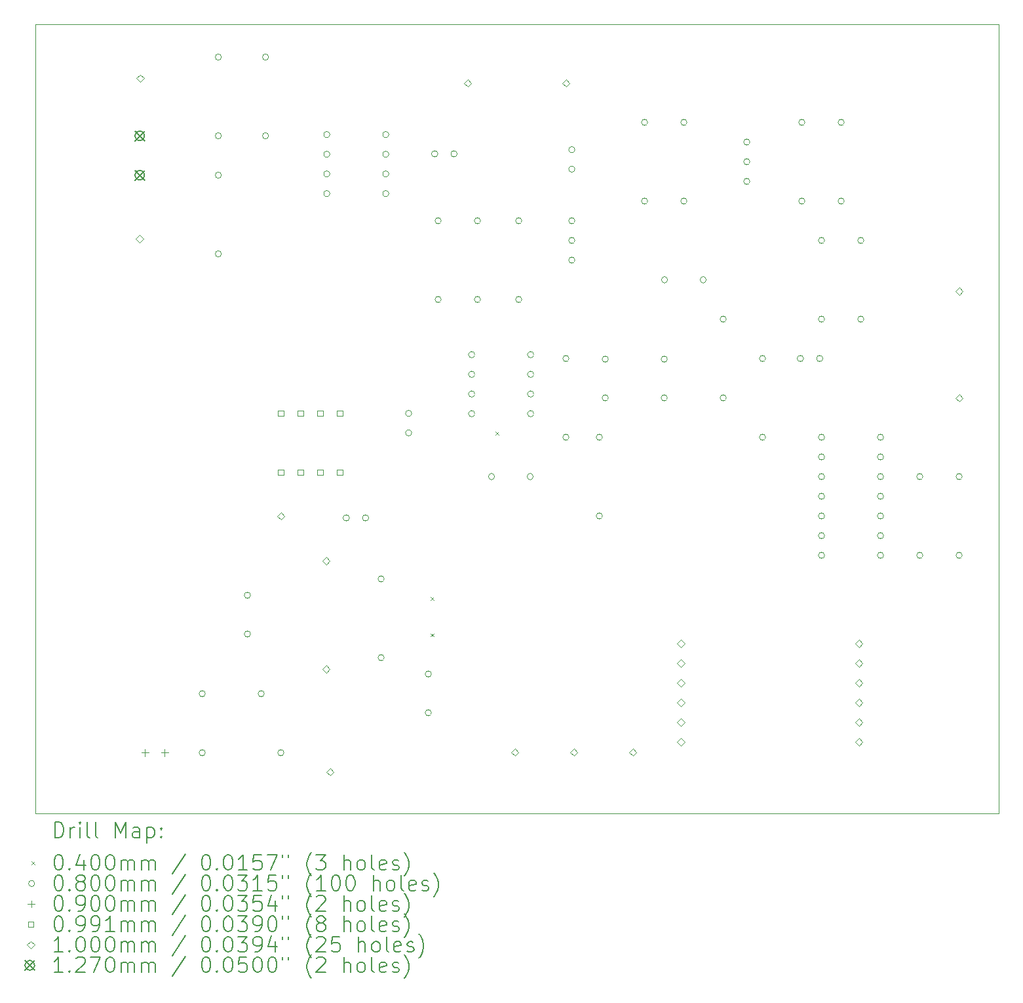
<source format=gbr>
%TF.GenerationSoftware,KiCad,Pcbnew,7.0.10*%
%TF.CreationDate,2024-01-17T15:02:14-08:00*%
%TF.ProjectId,P1.2,50312e32-2e6b-4696-9361-645f70636258,rev?*%
%TF.SameCoordinates,Original*%
%TF.FileFunction,Drillmap*%
%TF.FilePolarity,Positive*%
%FSLAX45Y45*%
G04 Gerber Fmt 4.5, Leading zero omitted, Abs format (unit mm)*
G04 Created by KiCad (PCBNEW 7.0.10) date 2024-01-17 15:02:14*
%MOMM*%
%LPD*%
G01*
G04 APERTURE LIST*
%ADD10C,0.100000*%
%ADD11C,0.200000*%
%ADD12C,0.127000*%
G04 APERTURE END LIST*
D10*
X7620000Y-5080000D02*
X20066000Y-5080000D01*
X20066000Y-15265400D01*
X7620000Y-15265400D01*
X7620000Y-5080000D01*
D11*
D10*
X12730800Y-12476800D02*
X12770800Y-12516800D01*
X12770800Y-12476800D02*
X12730800Y-12516800D01*
X12730800Y-12947341D02*
X12770800Y-12987341D01*
X12770800Y-12947341D02*
X12730800Y-12987341D01*
X13569000Y-10343200D02*
X13609000Y-10383200D01*
X13609000Y-10343200D02*
X13569000Y-10383200D01*
X9819000Y-13724000D02*
G75*
G03*
X9739000Y-13724000I-40000J0D01*
G01*
X9739000Y-13724000D02*
G75*
G03*
X9819000Y-13724000I40000J0D01*
G01*
X9819000Y-14486000D02*
G75*
G03*
X9739000Y-14486000I-40000J0D01*
G01*
X9739000Y-14486000D02*
G75*
G03*
X9819000Y-14486000I40000J0D01*
G01*
X10027594Y-5508000D02*
G75*
G03*
X9947594Y-5508000I-40000J0D01*
G01*
X9947594Y-5508000D02*
G75*
G03*
X10027594Y-5508000I40000J0D01*
G01*
X10027594Y-6524000D02*
G75*
G03*
X9947594Y-6524000I-40000J0D01*
G01*
X9947594Y-6524000D02*
G75*
G03*
X10027594Y-6524000I40000J0D01*
G01*
X10027594Y-7032000D02*
G75*
G03*
X9947594Y-7032000I-40000J0D01*
G01*
X9947594Y-7032000D02*
G75*
G03*
X10027594Y-7032000I40000J0D01*
G01*
X10027594Y-8048000D02*
G75*
G03*
X9947594Y-8048000I-40000J0D01*
G01*
X9947594Y-8048000D02*
G75*
G03*
X10027594Y-8048000I40000J0D01*
G01*
X10403200Y-12453606D02*
G75*
G03*
X10323200Y-12453606I-40000J0D01*
G01*
X10323200Y-12453606D02*
G75*
G03*
X10403200Y-12453606I40000J0D01*
G01*
X10403200Y-12953606D02*
G75*
G03*
X10323200Y-12953606I-40000J0D01*
G01*
X10323200Y-12953606D02*
G75*
G03*
X10403200Y-12953606I40000J0D01*
G01*
X10581000Y-13724000D02*
G75*
G03*
X10501000Y-13724000I-40000J0D01*
G01*
X10501000Y-13724000D02*
G75*
G03*
X10581000Y-13724000I40000J0D01*
G01*
X10637194Y-5508000D02*
G75*
G03*
X10557194Y-5508000I-40000J0D01*
G01*
X10557194Y-5508000D02*
G75*
G03*
X10637194Y-5508000I40000J0D01*
G01*
X10637194Y-6524000D02*
G75*
G03*
X10557194Y-6524000I-40000J0D01*
G01*
X10557194Y-6524000D02*
G75*
G03*
X10637194Y-6524000I40000J0D01*
G01*
X10835000Y-14486000D02*
G75*
G03*
X10755000Y-14486000I-40000J0D01*
G01*
X10755000Y-14486000D02*
G75*
G03*
X10835000Y-14486000I40000J0D01*
G01*
X11428594Y-6507490D02*
G75*
G03*
X11348594Y-6507490I-40000J0D01*
G01*
X11348594Y-6507490D02*
G75*
G03*
X11428594Y-6507490I40000J0D01*
G01*
X11428594Y-6761490D02*
G75*
G03*
X11348594Y-6761490I-40000J0D01*
G01*
X11348594Y-6761490D02*
G75*
G03*
X11428594Y-6761490I40000J0D01*
G01*
X11428594Y-7015490D02*
G75*
G03*
X11348594Y-7015490I-40000J0D01*
G01*
X11348594Y-7015490D02*
G75*
G03*
X11428594Y-7015490I40000J0D01*
G01*
X11428594Y-7269490D02*
G75*
G03*
X11348594Y-7269490I-40000J0D01*
G01*
X11348594Y-7269490D02*
G75*
G03*
X11428594Y-7269490I40000J0D01*
G01*
X11679689Y-11455400D02*
G75*
G03*
X11599689Y-11455400I-40000J0D01*
G01*
X11599689Y-11455400D02*
G75*
G03*
X11679689Y-11455400I40000J0D01*
G01*
X11929689Y-11455400D02*
G75*
G03*
X11849689Y-11455400I-40000J0D01*
G01*
X11849689Y-11455400D02*
G75*
G03*
X11929689Y-11455400I40000J0D01*
G01*
X12130400Y-12242800D02*
G75*
G03*
X12050400Y-12242800I-40000J0D01*
G01*
X12050400Y-12242800D02*
G75*
G03*
X12130400Y-12242800I40000J0D01*
G01*
X12130400Y-13258800D02*
G75*
G03*
X12050400Y-13258800I-40000J0D01*
G01*
X12050400Y-13258800D02*
G75*
G03*
X12130400Y-13258800I40000J0D01*
G01*
X12190594Y-6507490D02*
G75*
G03*
X12110594Y-6507490I-40000J0D01*
G01*
X12110594Y-6507490D02*
G75*
G03*
X12190594Y-6507490I40000J0D01*
G01*
X12190594Y-6761490D02*
G75*
G03*
X12110594Y-6761490I-40000J0D01*
G01*
X12110594Y-6761490D02*
G75*
G03*
X12190594Y-6761490I40000J0D01*
G01*
X12190594Y-7015490D02*
G75*
G03*
X12110594Y-7015490I-40000J0D01*
G01*
X12110594Y-7015490D02*
G75*
G03*
X12190594Y-7015490I40000J0D01*
G01*
X12190594Y-7269490D02*
G75*
G03*
X12110594Y-7269490I-40000J0D01*
G01*
X12110594Y-7269490D02*
G75*
G03*
X12190594Y-7269490I40000J0D01*
G01*
X12486000Y-10106711D02*
G75*
G03*
X12406000Y-10106711I-40000J0D01*
G01*
X12406000Y-10106711D02*
G75*
G03*
X12486000Y-10106711I40000J0D01*
G01*
X12486000Y-10356711D02*
G75*
G03*
X12406000Y-10356711I-40000J0D01*
G01*
X12406000Y-10356711D02*
G75*
G03*
X12486000Y-10356711I40000J0D01*
G01*
X12740000Y-13470000D02*
G75*
G03*
X12660000Y-13470000I-40000J0D01*
G01*
X12660000Y-13470000D02*
G75*
G03*
X12740000Y-13470000I40000J0D01*
G01*
X12740000Y-13970000D02*
G75*
G03*
X12660000Y-13970000I-40000J0D01*
G01*
X12660000Y-13970000D02*
G75*
G03*
X12740000Y-13970000I40000J0D01*
G01*
X12822689Y-6756400D02*
G75*
G03*
X12742689Y-6756400I-40000J0D01*
G01*
X12742689Y-6756400D02*
G75*
G03*
X12822689Y-6756400I40000J0D01*
G01*
X12867000Y-7620000D02*
G75*
G03*
X12787000Y-7620000I-40000J0D01*
G01*
X12787000Y-7620000D02*
G75*
G03*
X12867000Y-7620000I40000J0D01*
G01*
X12867000Y-8636000D02*
G75*
G03*
X12787000Y-8636000I-40000J0D01*
G01*
X12787000Y-8636000D02*
G75*
G03*
X12867000Y-8636000I40000J0D01*
G01*
X13072689Y-6756400D02*
G75*
G03*
X12992689Y-6756400I-40000J0D01*
G01*
X12992689Y-6756400D02*
G75*
G03*
X13072689Y-6756400I40000J0D01*
G01*
X13299800Y-9348200D02*
G75*
G03*
X13219800Y-9348200I-40000J0D01*
G01*
X13219800Y-9348200D02*
G75*
G03*
X13299800Y-9348200I40000J0D01*
G01*
X13299800Y-9602200D02*
G75*
G03*
X13219800Y-9602200I-40000J0D01*
G01*
X13219800Y-9602200D02*
G75*
G03*
X13299800Y-9602200I40000J0D01*
G01*
X13299800Y-9856200D02*
G75*
G03*
X13219800Y-9856200I-40000J0D01*
G01*
X13219800Y-9856200D02*
G75*
G03*
X13299800Y-9856200I40000J0D01*
G01*
X13299800Y-10110200D02*
G75*
G03*
X13219800Y-10110200I-40000J0D01*
G01*
X13219800Y-10110200D02*
G75*
G03*
X13299800Y-10110200I40000J0D01*
G01*
X13375000Y-7620000D02*
G75*
G03*
X13295000Y-7620000I-40000J0D01*
G01*
X13295000Y-7620000D02*
G75*
G03*
X13375000Y-7620000I40000J0D01*
G01*
X13375000Y-8636000D02*
G75*
G03*
X13295000Y-8636000I-40000J0D01*
G01*
X13295000Y-8636000D02*
G75*
G03*
X13375000Y-8636000I40000J0D01*
G01*
X13556800Y-10922000D02*
G75*
G03*
X13476800Y-10922000I-40000J0D01*
G01*
X13476800Y-10922000D02*
G75*
G03*
X13556800Y-10922000I40000J0D01*
G01*
X13908400Y-7620000D02*
G75*
G03*
X13828400Y-7620000I-40000J0D01*
G01*
X13828400Y-7620000D02*
G75*
G03*
X13908400Y-7620000I40000J0D01*
G01*
X13908400Y-8636000D02*
G75*
G03*
X13828400Y-8636000I-40000J0D01*
G01*
X13828400Y-8636000D02*
G75*
G03*
X13908400Y-8636000I40000J0D01*
G01*
X14056800Y-10922000D02*
G75*
G03*
X13976800Y-10922000I-40000J0D01*
G01*
X13976800Y-10922000D02*
G75*
G03*
X14056800Y-10922000I40000J0D01*
G01*
X14061800Y-9348200D02*
G75*
G03*
X13981800Y-9348200I-40000J0D01*
G01*
X13981800Y-9348200D02*
G75*
G03*
X14061800Y-9348200I40000J0D01*
G01*
X14061800Y-9602200D02*
G75*
G03*
X13981800Y-9602200I-40000J0D01*
G01*
X13981800Y-9602200D02*
G75*
G03*
X14061800Y-9602200I40000J0D01*
G01*
X14061800Y-9856200D02*
G75*
G03*
X13981800Y-9856200I-40000J0D01*
G01*
X13981800Y-9856200D02*
G75*
G03*
X14061800Y-9856200I40000J0D01*
G01*
X14061800Y-10110200D02*
G75*
G03*
X13981800Y-10110200I-40000J0D01*
G01*
X13981800Y-10110200D02*
G75*
G03*
X14061800Y-10110200I40000J0D01*
G01*
X14518000Y-9398000D02*
G75*
G03*
X14438000Y-9398000I-40000J0D01*
G01*
X14438000Y-9398000D02*
G75*
G03*
X14518000Y-9398000I40000J0D01*
G01*
X14518000Y-10414000D02*
G75*
G03*
X14438000Y-10414000I-40000J0D01*
G01*
X14438000Y-10414000D02*
G75*
G03*
X14518000Y-10414000I40000J0D01*
G01*
X14594200Y-6703111D02*
G75*
G03*
X14514200Y-6703111I-40000J0D01*
G01*
X14514200Y-6703111D02*
G75*
G03*
X14594200Y-6703111I40000J0D01*
G01*
X14594200Y-6953111D02*
G75*
G03*
X14514200Y-6953111I-40000J0D01*
G01*
X14514200Y-6953111D02*
G75*
G03*
X14594200Y-6953111I40000J0D01*
G01*
X14594200Y-7620000D02*
G75*
G03*
X14514200Y-7620000I-40000J0D01*
G01*
X14514200Y-7620000D02*
G75*
G03*
X14594200Y-7620000I40000J0D01*
G01*
X14594200Y-7874000D02*
G75*
G03*
X14514200Y-7874000I-40000J0D01*
G01*
X14514200Y-7874000D02*
G75*
G03*
X14594200Y-7874000I40000J0D01*
G01*
X14594200Y-8128000D02*
G75*
G03*
X14514200Y-8128000I-40000J0D01*
G01*
X14514200Y-8128000D02*
G75*
G03*
X14594200Y-8128000I40000J0D01*
G01*
X14949800Y-10414000D02*
G75*
G03*
X14869800Y-10414000I-40000J0D01*
G01*
X14869800Y-10414000D02*
G75*
G03*
X14949800Y-10414000I40000J0D01*
G01*
X14949800Y-11430000D02*
G75*
G03*
X14869800Y-11430000I-40000J0D01*
G01*
X14869800Y-11430000D02*
G75*
G03*
X14949800Y-11430000I40000J0D01*
G01*
X15026000Y-9406000D02*
G75*
G03*
X14946000Y-9406000I-40000J0D01*
G01*
X14946000Y-9406000D02*
G75*
G03*
X15026000Y-9406000I40000J0D01*
G01*
X15026000Y-9906000D02*
G75*
G03*
X14946000Y-9906000I-40000J0D01*
G01*
X14946000Y-9906000D02*
G75*
G03*
X15026000Y-9906000I40000J0D01*
G01*
X15534000Y-6350000D02*
G75*
G03*
X15454000Y-6350000I-40000J0D01*
G01*
X15454000Y-6350000D02*
G75*
G03*
X15534000Y-6350000I40000J0D01*
G01*
X15534000Y-7366000D02*
G75*
G03*
X15454000Y-7366000I-40000J0D01*
G01*
X15454000Y-7366000D02*
G75*
G03*
X15534000Y-7366000I40000J0D01*
G01*
X15788000Y-9406000D02*
G75*
G03*
X15708000Y-9406000I-40000J0D01*
G01*
X15708000Y-9406000D02*
G75*
G03*
X15788000Y-9406000I40000J0D01*
G01*
X15788000Y-9906000D02*
G75*
G03*
X15708000Y-9906000I-40000J0D01*
G01*
X15708000Y-9906000D02*
G75*
G03*
X15788000Y-9906000I40000J0D01*
G01*
X15792000Y-8382000D02*
G75*
G03*
X15712000Y-8382000I-40000J0D01*
G01*
X15712000Y-8382000D02*
G75*
G03*
X15792000Y-8382000I40000J0D01*
G01*
X16042000Y-6350000D02*
G75*
G03*
X15962000Y-6350000I-40000J0D01*
G01*
X15962000Y-6350000D02*
G75*
G03*
X16042000Y-6350000I40000J0D01*
G01*
X16042000Y-7366000D02*
G75*
G03*
X15962000Y-7366000I-40000J0D01*
G01*
X15962000Y-7366000D02*
G75*
G03*
X16042000Y-7366000I40000J0D01*
G01*
X16292000Y-8382000D02*
G75*
G03*
X16212000Y-8382000I-40000J0D01*
G01*
X16212000Y-8382000D02*
G75*
G03*
X16292000Y-8382000I40000J0D01*
G01*
X16550000Y-8890000D02*
G75*
G03*
X16470000Y-8890000I-40000J0D01*
G01*
X16470000Y-8890000D02*
G75*
G03*
X16550000Y-8890000I40000J0D01*
G01*
X16550000Y-9906000D02*
G75*
G03*
X16470000Y-9906000I-40000J0D01*
G01*
X16470000Y-9906000D02*
G75*
G03*
X16550000Y-9906000I40000J0D01*
G01*
X16854800Y-6604000D02*
G75*
G03*
X16774800Y-6604000I-40000J0D01*
G01*
X16774800Y-6604000D02*
G75*
G03*
X16854800Y-6604000I40000J0D01*
G01*
X16854800Y-6858000D02*
G75*
G03*
X16774800Y-6858000I-40000J0D01*
G01*
X16774800Y-6858000D02*
G75*
G03*
X16854800Y-6858000I40000J0D01*
G01*
X16854800Y-7112000D02*
G75*
G03*
X16774800Y-7112000I-40000J0D01*
G01*
X16774800Y-7112000D02*
G75*
G03*
X16854800Y-7112000I40000J0D01*
G01*
X17058000Y-9398000D02*
G75*
G03*
X16978000Y-9398000I-40000J0D01*
G01*
X16978000Y-9398000D02*
G75*
G03*
X17058000Y-9398000I40000J0D01*
G01*
X17058000Y-10414000D02*
G75*
G03*
X16978000Y-10414000I-40000J0D01*
G01*
X16978000Y-10414000D02*
G75*
G03*
X17058000Y-10414000I40000J0D01*
G01*
X17547089Y-9398000D02*
G75*
G03*
X17467089Y-9398000I-40000J0D01*
G01*
X17467089Y-9398000D02*
G75*
G03*
X17547089Y-9398000I40000J0D01*
G01*
X17566000Y-6350000D02*
G75*
G03*
X17486000Y-6350000I-40000J0D01*
G01*
X17486000Y-6350000D02*
G75*
G03*
X17566000Y-6350000I40000J0D01*
G01*
X17566000Y-7366000D02*
G75*
G03*
X17486000Y-7366000I-40000J0D01*
G01*
X17486000Y-7366000D02*
G75*
G03*
X17566000Y-7366000I40000J0D01*
G01*
X17797089Y-9398000D02*
G75*
G03*
X17717089Y-9398000I-40000J0D01*
G01*
X17717089Y-9398000D02*
G75*
G03*
X17797089Y-9398000I40000J0D01*
G01*
X17820000Y-7874000D02*
G75*
G03*
X17740000Y-7874000I-40000J0D01*
G01*
X17740000Y-7874000D02*
G75*
G03*
X17820000Y-7874000I40000J0D01*
G01*
X17820000Y-8890000D02*
G75*
G03*
X17740000Y-8890000I-40000J0D01*
G01*
X17740000Y-8890000D02*
G75*
G03*
X17820000Y-8890000I40000J0D01*
G01*
X17820000Y-10414500D02*
G75*
G03*
X17740000Y-10414500I-40000J0D01*
G01*
X17740000Y-10414500D02*
G75*
G03*
X17820000Y-10414500I40000J0D01*
G01*
X17820000Y-10668500D02*
G75*
G03*
X17740000Y-10668500I-40000J0D01*
G01*
X17740000Y-10668500D02*
G75*
G03*
X17820000Y-10668500I40000J0D01*
G01*
X17820000Y-10922500D02*
G75*
G03*
X17740000Y-10922500I-40000J0D01*
G01*
X17740000Y-10922500D02*
G75*
G03*
X17820000Y-10922500I40000J0D01*
G01*
X17820000Y-11176500D02*
G75*
G03*
X17740000Y-11176500I-40000J0D01*
G01*
X17740000Y-11176500D02*
G75*
G03*
X17820000Y-11176500I40000J0D01*
G01*
X17820000Y-11430500D02*
G75*
G03*
X17740000Y-11430500I-40000J0D01*
G01*
X17740000Y-11430500D02*
G75*
G03*
X17820000Y-11430500I40000J0D01*
G01*
X17820000Y-11684500D02*
G75*
G03*
X17740000Y-11684500I-40000J0D01*
G01*
X17740000Y-11684500D02*
G75*
G03*
X17820000Y-11684500I40000J0D01*
G01*
X17820000Y-11938500D02*
G75*
G03*
X17740000Y-11938500I-40000J0D01*
G01*
X17740000Y-11938500D02*
G75*
G03*
X17820000Y-11938500I40000J0D01*
G01*
X18074000Y-6350000D02*
G75*
G03*
X17994000Y-6350000I-40000J0D01*
G01*
X17994000Y-6350000D02*
G75*
G03*
X18074000Y-6350000I40000J0D01*
G01*
X18074000Y-7366000D02*
G75*
G03*
X17994000Y-7366000I-40000J0D01*
G01*
X17994000Y-7366000D02*
G75*
G03*
X18074000Y-7366000I40000J0D01*
G01*
X18328000Y-7874000D02*
G75*
G03*
X18248000Y-7874000I-40000J0D01*
G01*
X18248000Y-7874000D02*
G75*
G03*
X18328000Y-7874000I40000J0D01*
G01*
X18328000Y-8890000D02*
G75*
G03*
X18248000Y-8890000I-40000J0D01*
G01*
X18248000Y-8890000D02*
G75*
G03*
X18328000Y-8890000I40000J0D01*
G01*
X18582000Y-10414500D02*
G75*
G03*
X18502000Y-10414500I-40000J0D01*
G01*
X18502000Y-10414500D02*
G75*
G03*
X18582000Y-10414500I40000J0D01*
G01*
X18582000Y-10668500D02*
G75*
G03*
X18502000Y-10668500I-40000J0D01*
G01*
X18502000Y-10668500D02*
G75*
G03*
X18582000Y-10668500I40000J0D01*
G01*
X18582000Y-10922500D02*
G75*
G03*
X18502000Y-10922500I-40000J0D01*
G01*
X18502000Y-10922500D02*
G75*
G03*
X18582000Y-10922500I40000J0D01*
G01*
X18582000Y-11176500D02*
G75*
G03*
X18502000Y-11176500I-40000J0D01*
G01*
X18502000Y-11176500D02*
G75*
G03*
X18582000Y-11176500I40000J0D01*
G01*
X18582000Y-11430500D02*
G75*
G03*
X18502000Y-11430500I-40000J0D01*
G01*
X18502000Y-11430500D02*
G75*
G03*
X18582000Y-11430500I40000J0D01*
G01*
X18582000Y-11684500D02*
G75*
G03*
X18502000Y-11684500I-40000J0D01*
G01*
X18502000Y-11684500D02*
G75*
G03*
X18582000Y-11684500I40000J0D01*
G01*
X18582000Y-11938500D02*
G75*
G03*
X18502000Y-11938500I-40000J0D01*
G01*
X18502000Y-11938500D02*
G75*
G03*
X18582000Y-11938500I40000J0D01*
G01*
X19090000Y-10922000D02*
G75*
G03*
X19010000Y-10922000I-40000J0D01*
G01*
X19010000Y-10922000D02*
G75*
G03*
X19090000Y-10922000I40000J0D01*
G01*
X19090000Y-11938000D02*
G75*
G03*
X19010000Y-11938000I-40000J0D01*
G01*
X19010000Y-11938000D02*
G75*
G03*
X19090000Y-11938000I40000J0D01*
G01*
X19598000Y-10922000D02*
G75*
G03*
X19518000Y-10922000I-40000J0D01*
G01*
X19518000Y-10922000D02*
G75*
G03*
X19598000Y-10922000I40000J0D01*
G01*
X19598000Y-11938000D02*
G75*
G03*
X19518000Y-11938000I-40000J0D01*
G01*
X19518000Y-11938000D02*
G75*
G03*
X19598000Y-11938000I40000J0D01*
G01*
X9041900Y-14441000D02*
X9041900Y-14531000D01*
X8996900Y-14486000D02*
X9086900Y-14486000D01*
X9295900Y-14441000D02*
X9295900Y-14531000D01*
X9250900Y-14486000D02*
X9340900Y-14486000D01*
X10830023Y-10137683D02*
X10830023Y-10067637D01*
X10759977Y-10067637D01*
X10759977Y-10137683D01*
X10830023Y-10137683D01*
X10830023Y-10899683D02*
X10830023Y-10829637D01*
X10759977Y-10829637D01*
X10759977Y-10899683D01*
X10830023Y-10899683D01*
X11084023Y-10137683D02*
X11084023Y-10067637D01*
X11013977Y-10067637D01*
X11013977Y-10137683D01*
X11084023Y-10137683D01*
X11084023Y-10899683D02*
X11084023Y-10829637D01*
X11013977Y-10829637D01*
X11013977Y-10899683D01*
X11084023Y-10899683D01*
X11338023Y-10137683D02*
X11338023Y-10067637D01*
X11267977Y-10067637D01*
X11267977Y-10137683D01*
X11338023Y-10137683D01*
X11338023Y-10899683D02*
X11338023Y-10829637D01*
X11267977Y-10829637D01*
X11267977Y-10899683D01*
X11338023Y-10899683D01*
X11592023Y-10137683D02*
X11592023Y-10067637D01*
X11521977Y-10067637D01*
X11521977Y-10137683D01*
X11592023Y-10137683D01*
X11592023Y-10899683D02*
X11592023Y-10829637D01*
X11521977Y-10829637D01*
X11521977Y-10899683D01*
X11592023Y-10899683D01*
X8971594Y-7902327D02*
X9021594Y-7852327D01*
X8971594Y-7802327D01*
X8921594Y-7852327D01*
X8971594Y-7902327D01*
X8979200Y-5832059D02*
X9029200Y-5782059D01*
X8979200Y-5732059D01*
X8929200Y-5782059D01*
X8979200Y-5832059D01*
X10795000Y-11480000D02*
X10845000Y-11430000D01*
X10795000Y-11380000D01*
X10745000Y-11430000D01*
X10795000Y-11480000D01*
X11379200Y-12057606D02*
X11429200Y-12007606D01*
X11379200Y-11957606D01*
X11329200Y-12007606D01*
X11379200Y-12057606D01*
X11379200Y-13457606D02*
X11429200Y-13407606D01*
X11379200Y-13357606D01*
X11329200Y-13407606D01*
X11379200Y-13457606D01*
X11430000Y-14782000D02*
X11480000Y-14732000D01*
X11430000Y-14682000D01*
X11380000Y-14732000D01*
X11430000Y-14782000D01*
X13208000Y-5892000D02*
X13258000Y-5842000D01*
X13208000Y-5792000D01*
X13158000Y-5842000D01*
X13208000Y-5892000D01*
X13817600Y-14528000D02*
X13867600Y-14478000D01*
X13817600Y-14428000D01*
X13767600Y-14478000D01*
X13817600Y-14528000D01*
X14478000Y-5892000D02*
X14528000Y-5842000D01*
X14478000Y-5792000D01*
X14428000Y-5842000D01*
X14478000Y-5892000D01*
X14579600Y-14528000D02*
X14629600Y-14478000D01*
X14579600Y-14428000D01*
X14529600Y-14478000D01*
X14579600Y-14528000D01*
X15341600Y-14528000D02*
X15391600Y-14478000D01*
X15341600Y-14428000D01*
X15291600Y-14478000D01*
X15341600Y-14528000D01*
X15962600Y-13128500D02*
X16012600Y-13078500D01*
X15962600Y-13028500D01*
X15912600Y-13078500D01*
X15962600Y-13128500D01*
X15962600Y-13382500D02*
X16012600Y-13332500D01*
X15962600Y-13282500D01*
X15912600Y-13332500D01*
X15962600Y-13382500D01*
X15962600Y-13636500D02*
X16012600Y-13586500D01*
X15962600Y-13536500D01*
X15912600Y-13586500D01*
X15962600Y-13636500D01*
X15962600Y-13890500D02*
X16012600Y-13840500D01*
X15962600Y-13790500D01*
X15912600Y-13840500D01*
X15962600Y-13890500D01*
X15962600Y-14144500D02*
X16012600Y-14094500D01*
X15962600Y-14044500D01*
X15912600Y-14094500D01*
X15962600Y-14144500D01*
X15962600Y-14398500D02*
X16012600Y-14348500D01*
X15962600Y-14298500D01*
X15912600Y-14348500D01*
X15962600Y-14398500D01*
X18262600Y-13128500D02*
X18312600Y-13078500D01*
X18262600Y-13028500D01*
X18212600Y-13078500D01*
X18262600Y-13128500D01*
X18262600Y-13382500D02*
X18312600Y-13332500D01*
X18262600Y-13282500D01*
X18212600Y-13332500D01*
X18262600Y-13382500D01*
X18262600Y-13636500D02*
X18312600Y-13586500D01*
X18262600Y-13536500D01*
X18212600Y-13586500D01*
X18262600Y-13636500D01*
X18262600Y-13890500D02*
X18312600Y-13840500D01*
X18262600Y-13790500D01*
X18212600Y-13840500D01*
X18262600Y-13890500D01*
X18262600Y-14144500D02*
X18312600Y-14094500D01*
X18262600Y-14044500D01*
X18212600Y-14094500D01*
X18262600Y-14144500D01*
X18262600Y-14398500D02*
X18312600Y-14348500D01*
X18262600Y-14298500D01*
X18212600Y-14348500D01*
X18262600Y-14398500D01*
X19558000Y-9956000D02*
X19608000Y-9906000D01*
X19558000Y-9856000D01*
X19508000Y-9906000D01*
X19558000Y-9956000D01*
X19558100Y-8579059D02*
X19608100Y-8529059D01*
X19558100Y-8479059D01*
X19508100Y-8529059D01*
X19558100Y-8579059D01*
D12*
X8908094Y-6460500D02*
X9035094Y-6587500D01*
X9035094Y-6460500D02*
X8908094Y-6587500D01*
X9035094Y-6524000D02*
G75*
G03*
X8908094Y-6524000I-63500J0D01*
G01*
X8908094Y-6524000D02*
G75*
G03*
X9035094Y-6524000I63500J0D01*
G01*
X8908094Y-6968500D02*
X9035094Y-7095500D01*
X9035094Y-6968500D02*
X8908094Y-7095500D01*
X9035094Y-7032000D02*
G75*
G03*
X8908094Y-7032000I-63500J0D01*
G01*
X8908094Y-7032000D02*
G75*
G03*
X9035094Y-7032000I63500J0D01*
G01*
D11*
X7875777Y-15581884D02*
X7875777Y-15381884D01*
X7875777Y-15381884D02*
X7923396Y-15381884D01*
X7923396Y-15381884D02*
X7951967Y-15391408D01*
X7951967Y-15391408D02*
X7971015Y-15410455D01*
X7971015Y-15410455D02*
X7980539Y-15429503D01*
X7980539Y-15429503D02*
X7990062Y-15467598D01*
X7990062Y-15467598D02*
X7990062Y-15496169D01*
X7990062Y-15496169D02*
X7980539Y-15534265D01*
X7980539Y-15534265D02*
X7971015Y-15553312D01*
X7971015Y-15553312D02*
X7951967Y-15572360D01*
X7951967Y-15572360D02*
X7923396Y-15581884D01*
X7923396Y-15581884D02*
X7875777Y-15581884D01*
X8075777Y-15581884D02*
X8075777Y-15448550D01*
X8075777Y-15486646D02*
X8085301Y-15467598D01*
X8085301Y-15467598D02*
X8094824Y-15458074D01*
X8094824Y-15458074D02*
X8113872Y-15448550D01*
X8113872Y-15448550D02*
X8132920Y-15448550D01*
X8199586Y-15581884D02*
X8199586Y-15448550D01*
X8199586Y-15381884D02*
X8190062Y-15391408D01*
X8190062Y-15391408D02*
X8199586Y-15400931D01*
X8199586Y-15400931D02*
X8209110Y-15391408D01*
X8209110Y-15391408D02*
X8199586Y-15381884D01*
X8199586Y-15381884D02*
X8199586Y-15400931D01*
X8323396Y-15581884D02*
X8304348Y-15572360D01*
X8304348Y-15572360D02*
X8294824Y-15553312D01*
X8294824Y-15553312D02*
X8294824Y-15381884D01*
X8428158Y-15581884D02*
X8409110Y-15572360D01*
X8409110Y-15572360D02*
X8399586Y-15553312D01*
X8399586Y-15553312D02*
X8399586Y-15381884D01*
X8656729Y-15581884D02*
X8656729Y-15381884D01*
X8656729Y-15381884D02*
X8723396Y-15524741D01*
X8723396Y-15524741D02*
X8790063Y-15381884D01*
X8790063Y-15381884D02*
X8790063Y-15581884D01*
X8971015Y-15581884D02*
X8971015Y-15477122D01*
X8971015Y-15477122D02*
X8961491Y-15458074D01*
X8961491Y-15458074D02*
X8942444Y-15448550D01*
X8942444Y-15448550D02*
X8904348Y-15448550D01*
X8904348Y-15448550D02*
X8885301Y-15458074D01*
X8971015Y-15572360D02*
X8951967Y-15581884D01*
X8951967Y-15581884D02*
X8904348Y-15581884D01*
X8904348Y-15581884D02*
X8885301Y-15572360D01*
X8885301Y-15572360D02*
X8875777Y-15553312D01*
X8875777Y-15553312D02*
X8875777Y-15534265D01*
X8875777Y-15534265D02*
X8885301Y-15515217D01*
X8885301Y-15515217D02*
X8904348Y-15505693D01*
X8904348Y-15505693D02*
X8951967Y-15505693D01*
X8951967Y-15505693D02*
X8971015Y-15496169D01*
X9066253Y-15448550D02*
X9066253Y-15648550D01*
X9066253Y-15458074D02*
X9085301Y-15448550D01*
X9085301Y-15448550D02*
X9123396Y-15448550D01*
X9123396Y-15448550D02*
X9142444Y-15458074D01*
X9142444Y-15458074D02*
X9151967Y-15467598D01*
X9151967Y-15467598D02*
X9161491Y-15486646D01*
X9161491Y-15486646D02*
X9161491Y-15543788D01*
X9161491Y-15543788D02*
X9151967Y-15562836D01*
X9151967Y-15562836D02*
X9142444Y-15572360D01*
X9142444Y-15572360D02*
X9123396Y-15581884D01*
X9123396Y-15581884D02*
X9085301Y-15581884D01*
X9085301Y-15581884D02*
X9066253Y-15572360D01*
X9247205Y-15562836D02*
X9256729Y-15572360D01*
X9256729Y-15572360D02*
X9247205Y-15581884D01*
X9247205Y-15581884D02*
X9237682Y-15572360D01*
X9237682Y-15572360D02*
X9247205Y-15562836D01*
X9247205Y-15562836D02*
X9247205Y-15581884D01*
X9247205Y-15458074D02*
X9256729Y-15467598D01*
X9256729Y-15467598D02*
X9247205Y-15477122D01*
X9247205Y-15477122D02*
X9237682Y-15467598D01*
X9237682Y-15467598D02*
X9247205Y-15458074D01*
X9247205Y-15458074D02*
X9247205Y-15477122D01*
D10*
X7575000Y-15890400D02*
X7615000Y-15930400D01*
X7615000Y-15890400D02*
X7575000Y-15930400D01*
D11*
X7913872Y-15801884D02*
X7932920Y-15801884D01*
X7932920Y-15801884D02*
X7951967Y-15811408D01*
X7951967Y-15811408D02*
X7961491Y-15820931D01*
X7961491Y-15820931D02*
X7971015Y-15839979D01*
X7971015Y-15839979D02*
X7980539Y-15878074D01*
X7980539Y-15878074D02*
X7980539Y-15925693D01*
X7980539Y-15925693D02*
X7971015Y-15963788D01*
X7971015Y-15963788D02*
X7961491Y-15982836D01*
X7961491Y-15982836D02*
X7951967Y-15992360D01*
X7951967Y-15992360D02*
X7932920Y-16001884D01*
X7932920Y-16001884D02*
X7913872Y-16001884D01*
X7913872Y-16001884D02*
X7894824Y-15992360D01*
X7894824Y-15992360D02*
X7885301Y-15982836D01*
X7885301Y-15982836D02*
X7875777Y-15963788D01*
X7875777Y-15963788D02*
X7866253Y-15925693D01*
X7866253Y-15925693D02*
X7866253Y-15878074D01*
X7866253Y-15878074D02*
X7875777Y-15839979D01*
X7875777Y-15839979D02*
X7885301Y-15820931D01*
X7885301Y-15820931D02*
X7894824Y-15811408D01*
X7894824Y-15811408D02*
X7913872Y-15801884D01*
X8066253Y-15982836D02*
X8075777Y-15992360D01*
X8075777Y-15992360D02*
X8066253Y-16001884D01*
X8066253Y-16001884D02*
X8056729Y-15992360D01*
X8056729Y-15992360D02*
X8066253Y-15982836D01*
X8066253Y-15982836D02*
X8066253Y-16001884D01*
X8247205Y-15868550D02*
X8247205Y-16001884D01*
X8199586Y-15792360D02*
X8151967Y-15935217D01*
X8151967Y-15935217D02*
X8275777Y-15935217D01*
X8390063Y-15801884D02*
X8409110Y-15801884D01*
X8409110Y-15801884D02*
X8428158Y-15811408D01*
X8428158Y-15811408D02*
X8437682Y-15820931D01*
X8437682Y-15820931D02*
X8447205Y-15839979D01*
X8447205Y-15839979D02*
X8456729Y-15878074D01*
X8456729Y-15878074D02*
X8456729Y-15925693D01*
X8456729Y-15925693D02*
X8447205Y-15963788D01*
X8447205Y-15963788D02*
X8437682Y-15982836D01*
X8437682Y-15982836D02*
X8428158Y-15992360D01*
X8428158Y-15992360D02*
X8409110Y-16001884D01*
X8409110Y-16001884D02*
X8390063Y-16001884D01*
X8390063Y-16001884D02*
X8371015Y-15992360D01*
X8371015Y-15992360D02*
X8361491Y-15982836D01*
X8361491Y-15982836D02*
X8351967Y-15963788D01*
X8351967Y-15963788D02*
X8342443Y-15925693D01*
X8342443Y-15925693D02*
X8342443Y-15878074D01*
X8342443Y-15878074D02*
X8351967Y-15839979D01*
X8351967Y-15839979D02*
X8361491Y-15820931D01*
X8361491Y-15820931D02*
X8371015Y-15811408D01*
X8371015Y-15811408D02*
X8390063Y-15801884D01*
X8580539Y-15801884D02*
X8599586Y-15801884D01*
X8599586Y-15801884D02*
X8618634Y-15811408D01*
X8618634Y-15811408D02*
X8628158Y-15820931D01*
X8628158Y-15820931D02*
X8637682Y-15839979D01*
X8637682Y-15839979D02*
X8647205Y-15878074D01*
X8647205Y-15878074D02*
X8647205Y-15925693D01*
X8647205Y-15925693D02*
X8637682Y-15963788D01*
X8637682Y-15963788D02*
X8628158Y-15982836D01*
X8628158Y-15982836D02*
X8618634Y-15992360D01*
X8618634Y-15992360D02*
X8599586Y-16001884D01*
X8599586Y-16001884D02*
X8580539Y-16001884D01*
X8580539Y-16001884D02*
X8561491Y-15992360D01*
X8561491Y-15992360D02*
X8551967Y-15982836D01*
X8551967Y-15982836D02*
X8542444Y-15963788D01*
X8542444Y-15963788D02*
X8532920Y-15925693D01*
X8532920Y-15925693D02*
X8532920Y-15878074D01*
X8532920Y-15878074D02*
X8542444Y-15839979D01*
X8542444Y-15839979D02*
X8551967Y-15820931D01*
X8551967Y-15820931D02*
X8561491Y-15811408D01*
X8561491Y-15811408D02*
X8580539Y-15801884D01*
X8732920Y-16001884D02*
X8732920Y-15868550D01*
X8732920Y-15887598D02*
X8742444Y-15878074D01*
X8742444Y-15878074D02*
X8761491Y-15868550D01*
X8761491Y-15868550D02*
X8790063Y-15868550D01*
X8790063Y-15868550D02*
X8809110Y-15878074D01*
X8809110Y-15878074D02*
X8818634Y-15897122D01*
X8818634Y-15897122D02*
X8818634Y-16001884D01*
X8818634Y-15897122D02*
X8828158Y-15878074D01*
X8828158Y-15878074D02*
X8847205Y-15868550D01*
X8847205Y-15868550D02*
X8875777Y-15868550D01*
X8875777Y-15868550D02*
X8894825Y-15878074D01*
X8894825Y-15878074D02*
X8904348Y-15897122D01*
X8904348Y-15897122D02*
X8904348Y-16001884D01*
X8999586Y-16001884D02*
X8999586Y-15868550D01*
X8999586Y-15887598D02*
X9009110Y-15878074D01*
X9009110Y-15878074D02*
X9028158Y-15868550D01*
X9028158Y-15868550D02*
X9056729Y-15868550D01*
X9056729Y-15868550D02*
X9075777Y-15878074D01*
X9075777Y-15878074D02*
X9085301Y-15897122D01*
X9085301Y-15897122D02*
X9085301Y-16001884D01*
X9085301Y-15897122D02*
X9094825Y-15878074D01*
X9094825Y-15878074D02*
X9113872Y-15868550D01*
X9113872Y-15868550D02*
X9142444Y-15868550D01*
X9142444Y-15868550D02*
X9161491Y-15878074D01*
X9161491Y-15878074D02*
X9171015Y-15897122D01*
X9171015Y-15897122D02*
X9171015Y-16001884D01*
X9561491Y-15792360D02*
X9390063Y-16049503D01*
X9818634Y-15801884D02*
X9837682Y-15801884D01*
X9837682Y-15801884D02*
X9856729Y-15811408D01*
X9856729Y-15811408D02*
X9866253Y-15820931D01*
X9866253Y-15820931D02*
X9875777Y-15839979D01*
X9875777Y-15839979D02*
X9885301Y-15878074D01*
X9885301Y-15878074D02*
X9885301Y-15925693D01*
X9885301Y-15925693D02*
X9875777Y-15963788D01*
X9875777Y-15963788D02*
X9866253Y-15982836D01*
X9866253Y-15982836D02*
X9856729Y-15992360D01*
X9856729Y-15992360D02*
X9837682Y-16001884D01*
X9837682Y-16001884D02*
X9818634Y-16001884D01*
X9818634Y-16001884D02*
X9799587Y-15992360D01*
X9799587Y-15992360D02*
X9790063Y-15982836D01*
X9790063Y-15982836D02*
X9780539Y-15963788D01*
X9780539Y-15963788D02*
X9771015Y-15925693D01*
X9771015Y-15925693D02*
X9771015Y-15878074D01*
X9771015Y-15878074D02*
X9780539Y-15839979D01*
X9780539Y-15839979D02*
X9790063Y-15820931D01*
X9790063Y-15820931D02*
X9799587Y-15811408D01*
X9799587Y-15811408D02*
X9818634Y-15801884D01*
X9971015Y-15982836D02*
X9980539Y-15992360D01*
X9980539Y-15992360D02*
X9971015Y-16001884D01*
X9971015Y-16001884D02*
X9961491Y-15992360D01*
X9961491Y-15992360D02*
X9971015Y-15982836D01*
X9971015Y-15982836D02*
X9971015Y-16001884D01*
X10104348Y-15801884D02*
X10123396Y-15801884D01*
X10123396Y-15801884D02*
X10142444Y-15811408D01*
X10142444Y-15811408D02*
X10151968Y-15820931D01*
X10151968Y-15820931D02*
X10161491Y-15839979D01*
X10161491Y-15839979D02*
X10171015Y-15878074D01*
X10171015Y-15878074D02*
X10171015Y-15925693D01*
X10171015Y-15925693D02*
X10161491Y-15963788D01*
X10161491Y-15963788D02*
X10151968Y-15982836D01*
X10151968Y-15982836D02*
X10142444Y-15992360D01*
X10142444Y-15992360D02*
X10123396Y-16001884D01*
X10123396Y-16001884D02*
X10104348Y-16001884D01*
X10104348Y-16001884D02*
X10085301Y-15992360D01*
X10085301Y-15992360D02*
X10075777Y-15982836D01*
X10075777Y-15982836D02*
X10066253Y-15963788D01*
X10066253Y-15963788D02*
X10056729Y-15925693D01*
X10056729Y-15925693D02*
X10056729Y-15878074D01*
X10056729Y-15878074D02*
X10066253Y-15839979D01*
X10066253Y-15839979D02*
X10075777Y-15820931D01*
X10075777Y-15820931D02*
X10085301Y-15811408D01*
X10085301Y-15811408D02*
X10104348Y-15801884D01*
X10361491Y-16001884D02*
X10247206Y-16001884D01*
X10304348Y-16001884D02*
X10304348Y-15801884D01*
X10304348Y-15801884D02*
X10285301Y-15830455D01*
X10285301Y-15830455D02*
X10266253Y-15849503D01*
X10266253Y-15849503D02*
X10247206Y-15859027D01*
X10542444Y-15801884D02*
X10447206Y-15801884D01*
X10447206Y-15801884D02*
X10437682Y-15897122D01*
X10437682Y-15897122D02*
X10447206Y-15887598D01*
X10447206Y-15887598D02*
X10466253Y-15878074D01*
X10466253Y-15878074D02*
X10513872Y-15878074D01*
X10513872Y-15878074D02*
X10532920Y-15887598D01*
X10532920Y-15887598D02*
X10542444Y-15897122D01*
X10542444Y-15897122D02*
X10551968Y-15916169D01*
X10551968Y-15916169D02*
X10551968Y-15963788D01*
X10551968Y-15963788D02*
X10542444Y-15982836D01*
X10542444Y-15982836D02*
X10532920Y-15992360D01*
X10532920Y-15992360D02*
X10513872Y-16001884D01*
X10513872Y-16001884D02*
X10466253Y-16001884D01*
X10466253Y-16001884D02*
X10447206Y-15992360D01*
X10447206Y-15992360D02*
X10437682Y-15982836D01*
X10618634Y-15801884D02*
X10751968Y-15801884D01*
X10751968Y-15801884D02*
X10666253Y-16001884D01*
X10818634Y-15801884D02*
X10818634Y-15839979D01*
X10894825Y-15801884D02*
X10894825Y-15839979D01*
X11190063Y-16078074D02*
X11180539Y-16068550D01*
X11180539Y-16068550D02*
X11161491Y-16039979D01*
X11161491Y-16039979D02*
X11151968Y-16020931D01*
X11151968Y-16020931D02*
X11142444Y-15992360D01*
X11142444Y-15992360D02*
X11132920Y-15944741D01*
X11132920Y-15944741D02*
X11132920Y-15906646D01*
X11132920Y-15906646D02*
X11142444Y-15859027D01*
X11142444Y-15859027D02*
X11151968Y-15830455D01*
X11151968Y-15830455D02*
X11161491Y-15811408D01*
X11161491Y-15811408D02*
X11180539Y-15782836D01*
X11180539Y-15782836D02*
X11190063Y-15773312D01*
X11247206Y-15801884D02*
X11371015Y-15801884D01*
X11371015Y-15801884D02*
X11304348Y-15878074D01*
X11304348Y-15878074D02*
X11332920Y-15878074D01*
X11332920Y-15878074D02*
X11351968Y-15887598D01*
X11351968Y-15887598D02*
X11361491Y-15897122D01*
X11361491Y-15897122D02*
X11371015Y-15916169D01*
X11371015Y-15916169D02*
X11371015Y-15963788D01*
X11371015Y-15963788D02*
X11361491Y-15982836D01*
X11361491Y-15982836D02*
X11351968Y-15992360D01*
X11351968Y-15992360D02*
X11332920Y-16001884D01*
X11332920Y-16001884D02*
X11275777Y-16001884D01*
X11275777Y-16001884D02*
X11256729Y-15992360D01*
X11256729Y-15992360D02*
X11247206Y-15982836D01*
X11609110Y-16001884D02*
X11609110Y-15801884D01*
X11694825Y-16001884D02*
X11694825Y-15897122D01*
X11694825Y-15897122D02*
X11685301Y-15878074D01*
X11685301Y-15878074D02*
X11666253Y-15868550D01*
X11666253Y-15868550D02*
X11637682Y-15868550D01*
X11637682Y-15868550D02*
X11618634Y-15878074D01*
X11618634Y-15878074D02*
X11609110Y-15887598D01*
X11818634Y-16001884D02*
X11799587Y-15992360D01*
X11799587Y-15992360D02*
X11790063Y-15982836D01*
X11790063Y-15982836D02*
X11780539Y-15963788D01*
X11780539Y-15963788D02*
X11780539Y-15906646D01*
X11780539Y-15906646D02*
X11790063Y-15887598D01*
X11790063Y-15887598D02*
X11799587Y-15878074D01*
X11799587Y-15878074D02*
X11818634Y-15868550D01*
X11818634Y-15868550D02*
X11847206Y-15868550D01*
X11847206Y-15868550D02*
X11866253Y-15878074D01*
X11866253Y-15878074D02*
X11875777Y-15887598D01*
X11875777Y-15887598D02*
X11885301Y-15906646D01*
X11885301Y-15906646D02*
X11885301Y-15963788D01*
X11885301Y-15963788D02*
X11875777Y-15982836D01*
X11875777Y-15982836D02*
X11866253Y-15992360D01*
X11866253Y-15992360D02*
X11847206Y-16001884D01*
X11847206Y-16001884D02*
X11818634Y-16001884D01*
X11999587Y-16001884D02*
X11980539Y-15992360D01*
X11980539Y-15992360D02*
X11971015Y-15973312D01*
X11971015Y-15973312D02*
X11971015Y-15801884D01*
X12151968Y-15992360D02*
X12132920Y-16001884D01*
X12132920Y-16001884D02*
X12094825Y-16001884D01*
X12094825Y-16001884D02*
X12075777Y-15992360D01*
X12075777Y-15992360D02*
X12066253Y-15973312D01*
X12066253Y-15973312D02*
X12066253Y-15897122D01*
X12066253Y-15897122D02*
X12075777Y-15878074D01*
X12075777Y-15878074D02*
X12094825Y-15868550D01*
X12094825Y-15868550D02*
X12132920Y-15868550D01*
X12132920Y-15868550D02*
X12151968Y-15878074D01*
X12151968Y-15878074D02*
X12161491Y-15897122D01*
X12161491Y-15897122D02*
X12161491Y-15916169D01*
X12161491Y-15916169D02*
X12066253Y-15935217D01*
X12237682Y-15992360D02*
X12256730Y-16001884D01*
X12256730Y-16001884D02*
X12294825Y-16001884D01*
X12294825Y-16001884D02*
X12313872Y-15992360D01*
X12313872Y-15992360D02*
X12323396Y-15973312D01*
X12323396Y-15973312D02*
X12323396Y-15963788D01*
X12323396Y-15963788D02*
X12313872Y-15944741D01*
X12313872Y-15944741D02*
X12294825Y-15935217D01*
X12294825Y-15935217D02*
X12266253Y-15935217D01*
X12266253Y-15935217D02*
X12247206Y-15925693D01*
X12247206Y-15925693D02*
X12237682Y-15906646D01*
X12237682Y-15906646D02*
X12237682Y-15897122D01*
X12237682Y-15897122D02*
X12247206Y-15878074D01*
X12247206Y-15878074D02*
X12266253Y-15868550D01*
X12266253Y-15868550D02*
X12294825Y-15868550D01*
X12294825Y-15868550D02*
X12313872Y-15878074D01*
X12390063Y-16078074D02*
X12399587Y-16068550D01*
X12399587Y-16068550D02*
X12418634Y-16039979D01*
X12418634Y-16039979D02*
X12428158Y-16020931D01*
X12428158Y-16020931D02*
X12437682Y-15992360D01*
X12437682Y-15992360D02*
X12447206Y-15944741D01*
X12447206Y-15944741D02*
X12447206Y-15906646D01*
X12447206Y-15906646D02*
X12437682Y-15859027D01*
X12437682Y-15859027D02*
X12428158Y-15830455D01*
X12428158Y-15830455D02*
X12418634Y-15811408D01*
X12418634Y-15811408D02*
X12399587Y-15782836D01*
X12399587Y-15782836D02*
X12390063Y-15773312D01*
D10*
X7615000Y-16174400D02*
G75*
G03*
X7535000Y-16174400I-40000J0D01*
G01*
X7535000Y-16174400D02*
G75*
G03*
X7615000Y-16174400I40000J0D01*
G01*
D11*
X7913872Y-16065884D02*
X7932920Y-16065884D01*
X7932920Y-16065884D02*
X7951967Y-16075408D01*
X7951967Y-16075408D02*
X7961491Y-16084931D01*
X7961491Y-16084931D02*
X7971015Y-16103979D01*
X7971015Y-16103979D02*
X7980539Y-16142074D01*
X7980539Y-16142074D02*
X7980539Y-16189693D01*
X7980539Y-16189693D02*
X7971015Y-16227788D01*
X7971015Y-16227788D02*
X7961491Y-16246836D01*
X7961491Y-16246836D02*
X7951967Y-16256360D01*
X7951967Y-16256360D02*
X7932920Y-16265884D01*
X7932920Y-16265884D02*
X7913872Y-16265884D01*
X7913872Y-16265884D02*
X7894824Y-16256360D01*
X7894824Y-16256360D02*
X7885301Y-16246836D01*
X7885301Y-16246836D02*
X7875777Y-16227788D01*
X7875777Y-16227788D02*
X7866253Y-16189693D01*
X7866253Y-16189693D02*
X7866253Y-16142074D01*
X7866253Y-16142074D02*
X7875777Y-16103979D01*
X7875777Y-16103979D02*
X7885301Y-16084931D01*
X7885301Y-16084931D02*
X7894824Y-16075408D01*
X7894824Y-16075408D02*
X7913872Y-16065884D01*
X8066253Y-16246836D02*
X8075777Y-16256360D01*
X8075777Y-16256360D02*
X8066253Y-16265884D01*
X8066253Y-16265884D02*
X8056729Y-16256360D01*
X8056729Y-16256360D02*
X8066253Y-16246836D01*
X8066253Y-16246836D02*
X8066253Y-16265884D01*
X8190062Y-16151598D02*
X8171015Y-16142074D01*
X8171015Y-16142074D02*
X8161491Y-16132550D01*
X8161491Y-16132550D02*
X8151967Y-16113503D01*
X8151967Y-16113503D02*
X8151967Y-16103979D01*
X8151967Y-16103979D02*
X8161491Y-16084931D01*
X8161491Y-16084931D02*
X8171015Y-16075408D01*
X8171015Y-16075408D02*
X8190062Y-16065884D01*
X8190062Y-16065884D02*
X8228158Y-16065884D01*
X8228158Y-16065884D02*
X8247205Y-16075408D01*
X8247205Y-16075408D02*
X8256729Y-16084931D01*
X8256729Y-16084931D02*
X8266253Y-16103979D01*
X8266253Y-16103979D02*
X8266253Y-16113503D01*
X8266253Y-16113503D02*
X8256729Y-16132550D01*
X8256729Y-16132550D02*
X8247205Y-16142074D01*
X8247205Y-16142074D02*
X8228158Y-16151598D01*
X8228158Y-16151598D02*
X8190062Y-16151598D01*
X8190062Y-16151598D02*
X8171015Y-16161122D01*
X8171015Y-16161122D02*
X8161491Y-16170646D01*
X8161491Y-16170646D02*
X8151967Y-16189693D01*
X8151967Y-16189693D02*
X8151967Y-16227788D01*
X8151967Y-16227788D02*
X8161491Y-16246836D01*
X8161491Y-16246836D02*
X8171015Y-16256360D01*
X8171015Y-16256360D02*
X8190062Y-16265884D01*
X8190062Y-16265884D02*
X8228158Y-16265884D01*
X8228158Y-16265884D02*
X8247205Y-16256360D01*
X8247205Y-16256360D02*
X8256729Y-16246836D01*
X8256729Y-16246836D02*
X8266253Y-16227788D01*
X8266253Y-16227788D02*
X8266253Y-16189693D01*
X8266253Y-16189693D02*
X8256729Y-16170646D01*
X8256729Y-16170646D02*
X8247205Y-16161122D01*
X8247205Y-16161122D02*
X8228158Y-16151598D01*
X8390063Y-16065884D02*
X8409110Y-16065884D01*
X8409110Y-16065884D02*
X8428158Y-16075408D01*
X8428158Y-16075408D02*
X8437682Y-16084931D01*
X8437682Y-16084931D02*
X8447205Y-16103979D01*
X8447205Y-16103979D02*
X8456729Y-16142074D01*
X8456729Y-16142074D02*
X8456729Y-16189693D01*
X8456729Y-16189693D02*
X8447205Y-16227788D01*
X8447205Y-16227788D02*
X8437682Y-16246836D01*
X8437682Y-16246836D02*
X8428158Y-16256360D01*
X8428158Y-16256360D02*
X8409110Y-16265884D01*
X8409110Y-16265884D02*
X8390063Y-16265884D01*
X8390063Y-16265884D02*
X8371015Y-16256360D01*
X8371015Y-16256360D02*
X8361491Y-16246836D01*
X8361491Y-16246836D02*
X8351967Y-16227788D01*
X8351967Y-16227788D02*
X8342443Y-16189693D01*
X8342443Y-16189693D02*
X8342443Y-16142074D01*
X8342443Y-16142074D02*
X8351967Y-16103979D01*
X8351967Y-16103979D02*
X8361491Y-16084931D01*
X8361491Y-16084931D02*
X8371015Y-16075408D01*
X8371015Y-16075408D02*
X8390063Y-16065884D01*
X8580539Y-16065884D02*
X8599586Y-16065884D01*
X8599586Y-16065884D02*
X8618634Y-16075408D01*
X8618634Y-16075408D02*
X8628158Y-16084931D01*
X8628158Y-16084931D02*
X8637682Y-16103979D01*
X8637682Y-16103979D02*
X8647205Y-16142074D01*
X8647205Y-16142074D02*
X8647205Y-16189693D01*
X8647205Y-16189693D02*
X8637682Y-16227788D01*
X8637682Y-16227788D02*
X8628158Y-16246836D01*
X8628158Y-16246836D02*
X8618634Y-16256360D01*
X8618634Y-16256360D02*
X8599586Y-16265884D01*
X8599586Y-16265884D02*
X8580539Y-16265884D01*
X8580539Y-16265884D02*
X8561491Y-16256360D01*
X8561491Y-16256360D02*
X8551967Y-16246836D01*
X8551967Y-16246836D02*
X8542444Y-16227788D01*
X8542444Y-16227788D02*
X8532920Y-16189693D01*
X8532920Y-16189693D02*
X8532920Y-16142074D01*
X8532920Y-16142074D02*
X8542444Y-16103979D01*
X8542444Y-16103979D02*
X8551967Y-16084931D01*
X8551967Y-16084931D02*
X8561491Y-16075408D01*
X8561491Y-16075408D02*
X8580539Y-16065884D01*
X8732920Y-16265884D02*
X8732920Y-16132550D01*
X8732920Y-16151598D02*
X8742444Y-16142074D01*
X8742444Y-16142074D02*
X8761491Y-16132550D01*
X8761491Y-16132550D02*
X8790063Y-16132550D01*
X8790063Y-16132550D02*
X8809110Y-16142074D01*
X8809110Y-16142074D02*
X8818634Y-16161122D01*
X8818634Y-16161122D02*
X8818634Y-16265884D01*
X8818634Y-16161122D02*
X8828158Y-16142074D01*
X8828158Y-16142074D02*
X8847205Y-16132550D01*
X8847205Y-16132550D02*
X8875777Y-16132550D01*
X8875777Y-16132550D02*
X8894825Y-16142074D01*
X8894825Y-16142074D02*
X8904348Y-16161122D01*
X8904348Y-16161122D02*
X8904348Y-16265884D01*
X8999586Y-16265884D02*
X8999586Y-16132550D01*
X8999586Y-16151598D02*
X9009110Y-16142074D01*
X9009110Y-16142074D02*
X9028158Y-16132550D01*
X9028158Y-16132550D02*
X9056729Y-16132550D01*
X9056729Y-16132550D02*
X9075777Y-16142074D01*
X9075777Y-16142074D02*
X9085301Y-16161122D01*
X9085301Y-16161122D02*
X9085301Y-16265884D01*
X9085301Y-16161122D02*
X9094825Y-16142074D01*
X9094825Y-16142074D02*
X9113872Y-16132550D01*
X9113872Y-16132550D02*
X9142444Y-16132550D01*
X9142444Y-16132550D02*
X9161491Y-16142074D01*
X9161491Y-16142074D02*
X9171015Y-16161122D01*
X9171015Y-16161122D02*
X9171015Y-16265884D01*
X9561491Y-16056360D02*
X9390063Y-16313503D01*
X9818634Y-16065884D02*
X9837682Y-16065884D01*
X9837682Y-16065884D02*
X9856729Y-16075408D01*
X9856729Y-16075408D02*
X9866253Y-16084931D01*
X9866253Y-16084931D02*
X9875777Y-16103979D01*
X9875777Y-16103979D02*
X9885301Y-16142074D01*
X9885301Y-16142074D02*
X9885301Y-16189693D01*
X9885301Y-16189693D02*
X9875777Y-16227788D01*
X9875777Y-16227788D02*
X9866253Y-16246836D01*
X9866253Y-16246836D02*
X9856729Y-16256360D01*
X9856729Y-16256360D02*
X9837682Y-16265884D01*
X9837682Y-16265884D02*
X9818634Y-16265884D01*
X9818634Y-16265884D02*
X9799587Y-16256360D01*
X9799587Y-16256360D02*
X9790063Y-16246836D01*
X9790063Y-16246836D02*
X9780539Y-16227788D01*
X9780539Y-16227788D02*
X9771015Y-16189693D01*
X9771015Y-16189693D02*
X9771015Y-16142074D01*
X9771015Y-16142074D02*
X9780539Y-16103979D01*
X9780539Y-16103979D02*
X9790063Y-16084931D01*
X9790063Y-16084931D02*
X9799587Y-16075408D01*
X9799587Y-16075408D02*
X9818634Y-16065884D01*
X9971015Y-16246836D02*
X9980539Y-16256360D01*
X9980539Y-16256360D02*
X9971015Y-16265884D01*
X9971015Y-16265884D02*
X9961491Y-16256360D01*
X9961491Y-16256360D02*
X9971015Y-16246836D01*
X9971015Y-16246836D02*
X9971015Y-16265884D01*
X10104348Y-16065884D02*
X10123396Y-16065884D01*
X10123396Y-16065884D02*
X10142444Y-16075408D01*
X10142444Y-16075408D02*
X10151968Y-16084931D01*
X10151968Y-16084931D02*
X10161491Y-16103979D01*
X10161491Y-16103979D02*
X10171015Y-16142074D01*
X10171015Y-16142074D02*
X10171015Y-16189693D01*
X10171015Y-16189693D02*
X10161491Y-16227788D01*
X10161491Y-16227788D02*
X10151968Y-16246836D01*
X10151968Y-16246836D02*
X10142444Y-16256360D01*
X10142444Y-16256360D02*
X10123396Y-16265884D01*
X10123396Y-16265884D02*
X10104348Y-16265884D01*
X10104348Y-16265884D02*
X10085301Y-16256360D01*
X10085301Y-16256360D02*
X10075777Y-16246836D01*
X10075777Y-16246836D02*
X10066253Y-16227788D01*
X10066253Y-16227788D02*
X10056729Y-16189693D01*
X10056729Y-16189693D02*
X10056729Y-16142074D01*
X10056729Y-16142074D02*
X10066253Y-16103979D01*
X10066253Y-16103979D02*
X10075777Y-16084931D01*
X10075777Y-16084931D02*
X10085301Y-16075408D01*
X10085301Y-16075408D02*
X10104348Y-16065884D01*
X10237682Y-16065884D02*
X10361491Y-16065884D01*
X10361491Y-16065884D02*
X10294825Y-16142074D01*
X10294825Y-16142074D02*
X10323396Y-16142074D01*
X10323396Y-16142074D02*
X10342444Y-16151598D01*
X10342444Y-16151598D02*
X10351968Y-16161122D01*
X10351968Y-16161122D02*
X10361491Y-16180169D01*
X10361491Y-16180169D02*
X10361491Y-16227788D01*
X10361491Y-16227788D02*
X10351968Y-16246836D01*
X10351968Y-16246836D02*
X10342444Y-16256360D01*
X10342444Y-16256360D02*
X10323396Y-16265884D01*
X10323396Y-16265884D02*
X10266253Y-16265884D01*
X10266253Y-16265884D02*
X10247206Y-16256360D01*
X10247206Y-16256360D02*
X10237682Y-16246836D01*
X10551968Y-16265884D02*
X10437682Y-16265884D01*
X10494825Y-16265884D02*
X10494825Y-16065884D01*
X10494825Y-16065884D02*
X10475777Y-16094455D01*
X10475777Y-16094455D02*
X10456729Y-16113503D01*
X10456729Y-16113503D02*
X10437682Y-16123027D01*
X10732920Y-16065884D02*
X10637682Y-16065884D01*
X10637682Y-16065884D02*
X10628158Y-16161122D01*
X10628158Y-16161122D02*
X10637682Y-16151598D01*
X10637682Y-16151598D02*
X10656729Y-16142074D01*
X10656729Y-16142074D02*
X10704349Y-16142074D01*
X10704349Y-16142074D02*
X10723396Y-16151598D01*
X10723396Y-16151598D02*
X10732920Y-16161122D01*
X10732920Y-16161122D02*
X10742444Y-16180169D01*
X10742444Y-16180169D02*
X10742444Y-16227788D01*
X10742444Y-16227788D02*
X10732920Y-16246836D01*
X10732920Y-16246836D02*
X10723396Y-16256360D01*
X10723396Y-16256360D02*
X10704349Y-16265884D01*
X10704349Y-16265884D02*
X10656729Y-16265884D01*
X10656729Y-16265884D02*
X10637682Y-16256360D01*
X10637682Y-16256360D02*
X10628158Y-16246836D01*
X10818634Y-16065884D02*
X10818634Y-16103979D01*
X10894825Y-16065884D02*
X10894825Y-16103979D01*
X11190063Y-16342074D02*
X11180539Y-16332550D01*
X11180539Y-16332550D02*
X11161491Y-16303979D01*
X11161491Y-16303979D02*
X11151968Y-16284931D01*
X11151968Y-16284931D02*
X11142444Y-16256360D01*
X11142444Y-16256360D02*
X11132920Y-16208741D01*
X11132920Y-16208741D02*
X11132920Y-16170646D01*
X11132920Y-16170646D02*
X11142444Y-16123027D01*
X11142444Y-16123027D02*
X11151968Y-16094455D01*
X11151968Y-16094455D02*
X11161491Y-16075408D01*
X11161491Y-16075408D02*
X11180539Y-16046836D01*
X11180539Y-16046836D02*
X11190063Y-16037312D01*
X11371015Y-16265884D02*
X11256729Y-16265884D01*
X11313872Y-16265884D02*
X11313872Y-16065884D01*
X11313872Y-16065884D02*
X11294825Y-16094455D01*
X11294825Y-16094455D02*
X11275777Y-16113503D01*
X11275777Y-16113503D02*
X11256729Y-16123027D01*
X11494825Y-16065884D02*
X11513872Y-16065884D01*
X11513872Y-16065884D02*
X11532920Y-16075408D01*
X11532920Y-16075408D02*
X11542444Y-16084931D01*
X11542444Y-16084931D02*
X11551968Y-16103979D01*
X11551968Y-16103979D02*
X11561491Y-16142074D01*
X11561491Y-16142074D02*
X11561491Y-16189693D01*
X11561491Y-16189693D02*
X11551968Y-16227788D01*
X11551968Y-16227788D02*
X11542444Y-16246836D01*
X11542444Y-16246836D02*
X11532920Y-16256360D01*
X11532920Y-16256360D02*
X11513872Y-16265884D01*
X11513872Y-16265884D02*
X11494825Y-16265884D01*
X11494825Y-16265884D02*
X11475777Y-16256360D01*
X11475777Y-16256360D02*
X11466253Y-16246836D01*
X11466253Y-16246836D02*
X11456729Y-16227788D01*
X11456729Y-16227788D02*
X11447206Y-16189693D01*
X11447206Y-16189693D02*
X11447206Y-16142074D01*
X11447206Y-16142074D02*
X11456729Y-16103979D01*
X11456729Y-16103979D02*
X11466253Y-16084931D01*
X11466253Y-16084931D02*
X11475777Y-16075408D01*
X11475777Y-16075408D02*
X11494825Y-16065884D01*
X11685301Y-16065884D02*
X11704349Y-16065884D01*
X11704349Y-16065884D02*
X11723396Y-16075408D01*
X11723396Y-16075408D02*
X11732920Y-16084931D01*
X11732920Y-16084931D02*
X11742444Y-16103979D01*
X11742444Y-16103979D02*
X11751968Y-16142074D01*
X11751968Y-16142074D02*
X11751968Y-16189693D01*
X11751968Y-16189693D02*
X11742444Y-16227788D01*
X11742444Y-16227788D02*
X11732920Y-16246836D01*
X11732920Y-16246836D02*
X11723396Y-16256360D01*
X11723396Y-16256360D02*
X11704349Y-16265884D01*
X11704349Y-16265884D02*
X11685301Y-16265884D01*
X11685301Y-16265884D02*
X11666253Y-16256360D01*
X11666253Y-16256360D02*
X11656729Y-16246836D01*
X11656729Y-16246836D02*
X11647206Y-16227788D01*
X11647206Y-16227788D02*
X11637682Y-16189693D01*
X11637682Y-16189693D02*
X11637682Y-16142074D01*
X11637682Y-16142074D02*
X11647206Y-16103979D01*
X11647206Y-16103979D02*
X11656729Y-16084931D01*
X11656729Y-16084931D02*
X11666253Y-16075408D01*
X11666253Y-16075408D02*
X11685301Y-16065884D01*
X11990063Y-16265884D02*
X11990063Y-16065884D01*
X12075777Y-16265884D02*
X12075777Y-16161122D01*
X12075777Y-16161122D02*
X12066253Y-16142074D01*
X12066253Y-16142074D02*
X12047206Y-16132550D01*
X12047206Y-16132550D02*
X12018634Y-16132550D01*
X12018634Y-16132550D02*
X11999587Y-16142074D01*
X11999587Y-16142074D02*
X11990063Y-16151598D01*
X12199587Y-16265884D02*
X12180539Y-16256360D01*
X12180539Y-16256360D02*
X12171015Y-16246836D01*
X12171015Y-16246836D02*
X12161491Y-16227788D01*
X12161491Y-16227788D02*
X12161491Y-16170646D01*
X12161491Y-16170646D02*
X12171015Y-16151598D01*
X12171015Y-16151598D02*
X12180539Y-16142074D01*
X12180539Y-16142074D02*
X12199587Y-16132550D01*
X12199587Y-16132550D02*
X12228158Y-16132550D01*
X12228158Y-16132550D02*
X12247206Y-16142074D01*
X12247206Y-16142074D02*
X12256730Y-16151598D01*
X12256730Y-16151598D02*
X12266253Y-16170646D01*
X12266253Y-16170646D02*
X12266253Y-16227788D01*
X12266253Y-16227788D02*
X12256730Y-16246836D01*
X12256730Y-16246836D02*
X12247206Y-16256360D01*
X12247206Y-16256360D02*
X12228158Y-16265884D01*
X12228158Y-16265884D02*
X12199587Y-16265884D01*
X12380539Y-16265884D02*
X12361491Y-16256360D01*
X12361491Y-16256360D02*
X12351968Y-16237312D01*
X12351968Y-16237312D02*
X12351968Y-16065884D01*
X12532920Y-16256360D02*
X12513872Y-16265884D01*
X12513872Y-16265884D02*
X12475777Y-16265884D01*
X12475777Y-16265884D02*
X12456730Y-16256360D01*
X12456730Y-16256360D02*
X12447206Y-16237312D01*
X12447206Y-16237312D02*
X12447206Y-16161122D01*
X12447206Y-16161122D02*
X12456730Y-16142074D01*
X12456730Y-16142074D02*
X12475777Y-16132550D01*
X12475777Y-16132550D02*
X12513872Y-16132550D01*
X12513872Y-16132550D02*
X12532920Y-16142074D01*
X12532920Y-16142074D02*
X12542444Y-16161122D01*
X12542444Y-16161122D02*
X12542444Y-16180169D01*
X12542444Y-16180169D02*
X12447206Y-16199217D01*
X12618634Y-16256360D02*
X12637682Y-16265884D01*
X12637682Y-16265884D02*
X12675777Y-16265884D01*
X12675777Y-16265884D02*
X12694825Y-16256360D01*
X12694825Y-16256360D02*
X12704349Y-16237312D01*
X12704349Y-16237312D02*
X12704349Y-16227788D01*
X12704349Y-16227788D02*
X12694825Y-16208741D01*
X12694825Y-16208741D02*
X12675777Y-16199217D01*
X12675777Y-16199217D02*
X12647206Y-16199217D01*
X12647206Y-16199217D02*
X12628158Y-16189693D01*
X12628158Y-16189693D02*
X12618634Y-16170646D01*
X12618634Y-16170646D02*
X12618634Y-16161122D01*
X12618634Y-16161122D02*
X12628158Y-16142074D01*
X12628158Y-16142074D02*
X12647206Y-16132550D01*
X12647206Y-16132550D02*
X12675777Y-16132550D01*
X12675777Y-16132550D02*
X12694825Y-16142074D01*
X12771015Y-16342074D02*
X12780539Y-16332550D01*
X12780539Y-16332550D02*
X12799587Y-16303979D01*
X12799587Y-16303979D02*
X12809111Y-16284931D01*
X12809111Y-16284931D02*
X12818634Y-16256360D01*
X12818634Y-16256360D02*
X12828158Y-16208741D01*
X12828158Y-16208741D02*
X12828158Y-16170646D01*
X12828158Y-16170646D02*
X12818634Y-16123027D01*
X12818634Y-16123027D02*
X12809111Y-16094455D01*
X12809111Y-16094455D02*
X12799587Y-16075408D01*
X12799587Y-16075408D02*
X12780539Y-16046836D01*
X12780539Y-16046836D02*
X12771015Y-16037312D01*
D10*
X7570000Y-16393400D02*
X7570000Y-16483400D01*
X7525000Y-16438400D02*
X7615000Y-16438400D01*
D11*
X7913872Y-16329884D02*
X7932920Y-16329884D01*
X7932920Y-16329884D02*
X7951967Y-16339408D01*
X7951967Y-16339408D02*
X7961491Y-16348931D01*
X7961491Y-16348931D02*
X7971015Y-16367979D01*
X7971015Y-16367979D02*
X7980539Y-16406074D01*
X7980539Y-16406074D02*
X7980539Y-16453693D01*
X7980539Y-16453693D02*
X7971015Y-16491788D01*
X7971015Y-16491788D02*
X7961491Y-16510836D01*
X7961491Y-16510836D02*
X7951967Y-16520360D01*
X7951967Y-16520360D02*
X7932920Y-16529884D01*
X7932920Y-16529884D02*
X7913872Y-16529884D01*
X7913872Y-16529884D02*
X7894824Y-16520360D01*
X7894824Y-16520360D02*
X7885301Y-16510836D01*
X7885301Y-16510836D02*
X7875777Y-16491788D01*
X7875777Y-16491788D02*
X7866253Y-16453693D01*
X7866253Y-16453693D02*
X7866253Y-16406074D01*
X7866253Y-16406074D02*
X7875777Y-16367979D01*
X7875777Y-16367979D02*
X7885301Y-16348931D01*
X7885301Y-16348931D02*
X7894824Y-16339408D01*
X7894824Y-16339408D02*
X7913872Y-16329884D01*
X8066253Y-16510836D02*
X8075777Y-16520360D01*
X8075777Y-16520360D02*
X8066253Y-16529884D01*
X8066253Y-16529884D02*
X8056729Y-16520360D01*
X8056729Y-16520360D02*
X8066253Y-16510836D01*
X8066253Y-16510836D02*
X8066253Y-16529884D01*
X8171015Y-16529884D02*
X8209110Y-16529884D01*
X8209110Y-16529884D02*
X8228158Y-16520360D01*
X8228158Y-16520360D02*
X8237682Y-16510836D01*
X8237682Y-16510836D02*
X8256729Y-16482265D01*
X8256729Y-16482265D02*
X8266253Y-16444169D01*
X8266253Y-16444169D02*
X8266253Y-16367979D01*
X8266253Y-16367979D02*
X8256729Y-16348931D01*
X8256729Y-16348931D02*
X8247205Y-16339408D01*
X8247205Y-16339408D02*
X8228158Y-16329884D01*
X8228158Y-16329884D02*
X8190062Y-16329884D01*
X8190062Y-16329884D02*
X8171015Y-16339408D01*
X8171015Y-16339408D02*
X8161491Y-16348931D01*
X8161491Y-16348931D02*
X8151967Y-16367979D01*
X8151967Y-16367979D02*
X8151967Y-16415598D01*
X8151967Y-16415598D02*
X8161491Y-16434646D01*
X8161491Y-16434646D02*
X8171015Y-16444169D01*
X8171015Y-16444169D02*
X8190062Y-16453693D01*
X8190062Y-16453693D02*
X8228158Y-16453693D01*
X8228158Y-16453693D02*
X8247205Y-16444169D01*
X8247205Y-16444169D02*
X8256729Y-16434646D01*
X8256729Y-16434646D02*
X8266253Y-16415598D01*
X8390063Y-16329884D02*
X8409110Y-16329884D01*
X8409110Y-16329884D02*
X8428158Y-16339408D01*
X8428158Y-16339408D02*
X8437682Y-16348931D01*
X8437682Y-16348931D02*
X8447205Y-16367979D01*
X8447205Y-16367979D02*
X8456729Y-16406074D01*
X8456729Y-16406074D02*
X8456729Y-16453693D01*
X8456729Y-16453693D02*
X8447205Y-16491788D01*
X8447205Y-16491788D02*
X8437682Y-16510836D01*
X8437682Y-16510836D02*
X8428158Y-16520360D01*
X8428158Y-16520360D02*
X8409110Y-16529884D01*
X8409110Y-16529884D02*
X8390063Y-16529884D01*
X8390063Y-16529884D02*
X8371015Y-16520360D01*
X8371015Y-16520360D02*
X8361491Y-16510836D01*
X8361491Y-16510836D02*
X8351967Y-16491788D01*
X8351967Y-16491788D02*
X8342443Y-16453693D01*
X8342443Y-16453693D02*
X8342443Y-16406074D01*
X8342443Y-16406074D02*
X8351967Y-16367979D01*
X8351967Y-16367979D02*
X8361491Y-16348931D01*
X8361491Y-16348931D02*
X8371015Y-16339408D01*
X8371015Y-16339408D02*
X8390063Y-16329884D01*
X8580539Y-16329884D02*
X8599586Y-16329884D01*
X8599586Y-16329884D02*
X8618634Y-16339408D01*
X8618634Y-16339408D02*
X8628158Y-16348931D01*
X8628158Y-16348931D02*
X8637682Y-16367979D01*
X8637682Y-16367979D02*
X8647205Y-16406074D01*
X8647205Y-16406074D02*
X8647205Y-16453693D01*
X8647205Y-16453693D02*
X8637682Y-16491788D01*
X8637682Y-16491788D02*
X8628158Y-16510836D01*
X8628158Y-16510836D02*
X8618634Y-16520360D01*
X8618634Y-16520360D02*
X8599586Y-16529884D01*
X8599586Y-16529884D02*
X8580539Y-16529884D01*
X8580539Y-16529884D02*
X8561491Y-16520360D01*
X8561491Y-16520360D02*
X8551967Y-16510836D01*
X8551967Y-16510836D02*
X8542444Y-16491788D01*
X8542444Y-16491788D02*
X8532920Y-16453693D01*
X8532920Y-16453693D02*
X8532920Y-16406074D01*
X8532920Y-16406074D02*
X8542444Y-16367979D01*
X8542444Y-16367979D02*
X8551967Y-16348931D01*
X8551967Y-16348931D02*
X8561491Y-16339408D01*
X8561491Y-16339408D02*
X8580539Y-16329884D01*
X8732920Y-16529884D02*
X8732920Y-16396550D01*
X8732920Y-16415598D02*
X8742444Y-16406074D01*
X8742444Y-16406074D02*
X8761491Y-16396550D01*
X8761491Y-16396550D02*
X8790063Y-16396550D01*
X8790063Y-16396550D02*
X8809110Y-16406074D01*
X8809110Y-16406074D02*
X8818634Y-16425122D01*
X8818634Y-16425122D02*
X8818634Y-16529884D01*
X8818634Y-16425122D02*
X8828158Y-16406074D01*
X8828158Y-16406074D02*
X8847205Y-16396550D01*
X8847205Y-16396550D02*
X8875777Y-16396550D01*
X8875777Y-16396550D02*
X8894825Y-16406074D01*
X8894825Y-16406074D02*
X8904348Y-16425122D01*
X8904348Y-16425122D02*
X8904348Y-16529884D01*
X8999586Y-16529884D02*
X8999586Y-16396550D01*
X8999586Y-16415598D02*
X9009110Y-16406074D01*
X9009110Y-16406074D02*
X9028158Y-16396550D01*
X9028158Y-16396550D02*
X9056729Y-16396550D01*
X9056729Y-16396550D02*
X9075777Y-16406074D01*
X9075777Y-16406074D02*
X9085301Y-16425122D01*
X9085301Y-16425122D02*
X9085301Y-16529884D01*
X9085301Y-16425122D02*
X9094825Y-16406074D01*
X9094825Y-16406074D02*
X9113872Y-16396550D01*
X9113872Y-16396550D02*
X9142444Y-16396550D01*
X9142444Y-16396550D02*
X9161491Y-16406074D01*
X9161491Y-16406074D02*
X9171015Y-16425122D01*
X9171015Y-16425122D02*
X9171015Y-16529884D01*
X9561491Y-16320360D02*
X9390063Y-16577503D01*
X9818634Y-16329884D02*
X9837682Y-16329884D01*
X9837682Y-16329884D02*
X9856729Y-16339408D01*
X9856729Y-16339408D02*
X9866253Y-16348931D01*
X9866253Y-16348931D02*
X9875777Y-16367979D01*
X9875777Y-16367979D02*
X9885301Y-16406074D01*
X9885301Y-16406074D02*
X9885301Y-16453693D01*
X9885301Y-16453693D02*
X9875777Y-16491788D01*
X9875777Y-16491788D02*
X9866253Y-16510836D01*
X9866253Y-16510836D02*
X9856729Y-16520360D01*
X9856729Y-16520360D02*
X9837682Y-16529884D01*
X9837682Y-16529884D02*
X9818634Y-16529884D01*
X9818634Y-16529884D02*
X9799587Y-16520360D01*
X9799587Y-16520360D02*
X9790063Y-16510836D01*
X9790063Y-16510836D02*
X9780539Y-16491788D01*
X9780539Y-16491788D02*
X9771015Y-16453693D01*
X9771015Y-16453693D02*
X9771015Y-16406074D01*
X9771015Y-16406074D02*
X9780539Y-16367979D01*
X9780539Y-16367979D02*
X9790063Y-16348931D01*
X9790063Y-16348931D02*
X9799587Y-16339408D01*
X9799587Y-16339408D02*
X9818634Y-16329884D01*
X9971015Y-16510836D02*
X9980539Y-16520360D01*
X9980539Y-16520360D02*
X9971015Y-16529884D01*
X9971015Y-16529884D02*
X9961491Y-16520360D01*
X9961491Y-16520360D02*
X9971015Y-16510836D01*
X9971015Y-16510836D02*
X9971015Y-16529884D01*
X10104348Y-16329884D02*
X10123396Y-16329884D01*
X10123396Y-16329884D02*
X10142444Y-16339408D01*
X10142444Y-16339408D02*
X10151968Y-16348931D01*
X10151968Y-16348931D02*
X10161491Y-16367979D01*
X10161491Y-16367979D02*
X10171015Y-16406074D01*
X10171015Y-16406074D02*
X10171015Y-16453693D01*
X10171015Y-16453693D02*
X10161491Y-16491788D01*
X10161491Y-16491788D02*
X10151968Y-16510836D01*
X10151968Y-16510836D02*
X10142444Y-16520360D01*
X10142444Y-16520360D02*
X10123396Y-16529884D01*
X10123396Y-16529884D02*
X10104348Y-16529884D01*
X10104348Y-16529884D02*
X10085301Y-16520360D01*
X10085301Y-16520360D02*
X10075777Y-16510836D01*
X10075777Y-16510836D02*
X10066253Y-16491788D01*
X10066253Y-16491788D02*
X10056729Y-16453693D01*
X10056729Y-16453693D02*
X10056729Y-16406074D01*
X10056729Y-16406074D02*
X10066253Y-16367979D01*
X10066253Y-16367979D02*
X10075777Y-16348931D01*
X10075777Y-16348931D02*
X10085301Y-16339408D01*
X10085301Y-16339408D02*
X10104348Y-16329884D01*
X10237682Y-16329884D02*
X10361491Y-16329884D01*
X10361491Y-16329884D02*
X10294825Y-16406074D01*
X10294825Y-16406074D02*
X10323396Y-16406074D01*
X10323396Y-16406074D02*
X10342444Y-16415598D01*
X10342444Y-16415598D02*
X10351968Y-16425122D01*
X10351968Y-16425122D02*
X10361491Y-16444169D01*
X10361491Y-16444169D02*
X10361491Y-16491788D01*
X10361491Y-16491788D02*
X10351968Y-16510836D01*
X10351968Y-16510836D02*
X10342444Y-16520360D01*
X10342444Y-16520360D02*
X10323396Y-16529884D01*
X10323396Y-16529884D02*
X10266253Y-16529884D01*
X10266253Y-16529884D02*
X10247206Y-16520360D01*
X10247206Y-16520360D02*
X10237682Y-16510836D01*
X10542444Y-16329884D02*
X10447206Y-16329884D01*
X10447206Y-16329884D02*
X10437682Y-16425122D01*
X10437682Y-16425122D02*
X10447206Y-16415598D01*
X10447206Y-16415598D02*
X10466253Y-16406074D01*
X10466253Y-16406074D02*
X10513872Y-16406074D01*
X10513872Y-16406074D02*
X10532920Y-16415598D01*
X10532920Y-16415598D02*
X10542444Y-16425122D01*
X10542444Y-16425122D02*
X10551968Y-16444169D01*
X10551968Y-16444169D02*
X10551968Y-16491788D01*
X10551968Y-16491788D02*
X10542444Y-16510836D01*
X10542444Y-16510836D02*
X10532920Y-16520360D01*
X10532920Y-16520360D02*
X10513872Y-16529884D01*
X10513872Y-16529884D02*
X10466253Y-16529884D01*
X10466253Y-16529884D02*
X10447206Y-16520360D01*
X10447206Y-16520360D02*
X10437682Y-16510836D01*
X10723396Y-16396550D02*
X10723396Y-16529884D01*
X10675777Y-16320360D02*
X10628158Y-16463217D01*
X10628158Y-16463217D02*
X10751968Y-16463217D01*
X10818634Y-16329884D02*
X10818634Y-16367979D01*
X10894825Y-16329884D02*
X10894825Y-16367979D01*
X11190063Y-16606074D02*
X11180539Y-16596550D01*
X11180539Y-16596550D02*
X11161491Y-16567979D01*
X11161491Y-16567979D02*
X11151968Y-16548931D01*
X11151968Y-16548931D02*
X11142444Y-16520360D01*
X11142444Y-16520360D02*
X11132920Y-16472741D01*
X11132920Y-16472741D02*
X11132920Y-16434646D01*
X11132920Y-16434646D02*
X11142444Y-16387027D01*
X11142444Y-16387027D02*
X11151968Y-16358455D01*
X11151968Y-16358455D02*
X11161491Y-16339408D01*
X11161491Y-16339408D02*
X11180539Y-16310836D01*
X11180539Y-16310836D02*
X11190063Y-16301312D01*
X11256729Y-16348931D02*
X11266253Y-16339408D01*
X11266253Y-16339408D02*
X11285301Y-16329884D01*
X11285301Y-16329884D02*
X11332920Y-16329884D01*
X11332920Y-16329884D02*
X11351968Y-16339408D01*
X11351968Y-16339408D02*
X11361491Y-16348931D01*
X11361491Y-16348931D02*
X11371015Y-16367979D01*
X11371015Y-16367979D02*
X11371015Y-16387027D01*
X11371015Y-16387027D02*
X11361491Y-16415598D01*
X11361491Y-16415598D02*
X11247206Y-16529884D01*
X11247206Y-16529884D02*
X11371015Y-16529884D01*
X11609110Y-16529884D02*
X11609110Y-16329884D01*
X11694825Y-16529884D02*
X11694825Y-16425122D01*
X11694825Y-16425122D02*
X11685301Y-16406074D01*
X11685301Y-16406074D02*
X11666253Y-16396550D01*
X11666253Y-16396550D02*
X11637682Y-16396550D01*
X11637682Y-16396550D02*
X11618634Y-16406074D01*
X11618634Y-16406074D02*
X11609110Y-16415598D01*
X11818634Y-16529884D02*
X11799587Y-16520360D01*
X11799587Y-16520360D02*
X11790063Y-16510836D01*
X11790063Y-16510836D02*
X11780539Y-16491788D01*
X11780539Y-16491788D02*
X11780539Y-16434646D01*
X11780539Y-16434646D02*
X11790063Y-16415598D01*
X11790063Y-16415598D02*
X11799587Y-16406074D01*
X11799587Y-16406074D02*
X11818634Y-16396550D01*
X11818634Y-16396550D02*
X11847206Y-16396550D01*
X11847206Y-16396550D02*
X11866253Y-16406074D01*
X11866253Y-16406074D02*
X11875777Y-16415598D01*
X11875777Y-16415598D02*
X11885301Y-16434646D01*
X11885301Y-16434646D02*
X11885301Y-16491788D01*
X11885301Y-16491788D02*
X11875777Y-16510836D01*
X11875777Y-16510836D02*
X11866253Y-16520360D01*
X11866253Y-16520360D02*
X11847206Y-16529884D01*
X11847206Y-16529884D02*
X11818634Y-16529884D01*
X11999587Y-16529884D02*
X11980539Y-16520360D01*
X11980539Y-16520360D02*
X11971015Y-16501312D01*
X11971015Y-16501312D02*
X11971015Y-16329884D01*
X12151968Y-16520360D02*
X12132920Y-16529884D01*
X12132920Y-16529884D02*
X12094825Y-16529884D01*
X12094825Y-16529884D02*
X12075777Y-16520360D01*
X12075777Y-16520360D02*
X12066253Y-16501312D01*
X12066253Y-16501312D02*
X12066253Y-16425122D01*
X12066253Y-16425122D02*
X12075777Y-16406074D01*
X12075777Y-16406074D02*
X12094825Y-16396550D01*
X12094825Y-16396550D02*
X12132920Y-16396550D01*
X12132920Y-16396550D02*
X12151968Y-16406074D01*
X12151968Y-16406074D02*
X12161491Y-16425122D01*
X12161491Y-16425122D02*
X12161491Y-16444169D01*
X12161491Y-16444169D02*
X12066253Y-16463217D01*
X12237682Y-16520360D02*
X12256730Y-16529884D01*
X12256730Y-16529884D02*
X12294825Y-16529884D01*
X12294825Y-16529884D02*
X12313872Y-16520360D01*
X12313872Y-16520360D02*
X12323396Y-16501312D01*
X12323396Y-16501312D02*
X12323396Y-16491788D01*
X12323396Y-16491788D02*
X12313872Y-16472741D01*
X12313872Y-16472741D02*
X12294825Y-16463217D01*
X12294825Y-16463217D02*
X12266253Y-16463217D01*
X12266253Y-16463217D02*
X12247206Y-16453693D01*
X12247206Y-16453693D02*
X12237682Y-16434646D01*
X12237682Y-16434646D02*
X12237682Y-16425122D01*
X12237682Y-16425122D02*
X12247206Y-16406074D01*
X12247206Y-16406074D02*
X12266253Y-16396550D01*
X12266253Y-16396550D02*
X12294825Y-16396550D01*
X12294825Y-16396550D02*
X12313872Y-16406074D01*
X12390063Y-16606074D02*
X12399587Y-16596550D01*
X12399587Y-16596550D02*
X12418634Y-16567979D01*
X12418634Y-16567979D02*
X12428158Y-16548931D01*
X12428158Y-16548931D02*
X12437682Y-16520360D01*
X12437682Y-16520360D02*
X12447206Y-16472741D01*
X12447206Y-16472741D02*
X12447206Y-16434646D01*
X12447206Y-16434646D02*
X12437682Y-16387027D01*
X12437682Y-16387027D02*
X12428158Y-16358455D01*
X12428158Y-16358455D02*
X12418634Y-16339408D01*
X12418634Y-16339408D02*
X12399587Y-16310836D01*
X12399587Y-16310836D02*
X12390063Y-16301312D01*
D10*
X7600493Y-16737423D02*
X7600493Y-16667377D01*
X7530447Y-16667377D01*
X7530447Y-16737423D01*
X7600493Y-16737423D01*
D11*
X7913872Y-16593884D02*
X7932920Y-16593884D01*
X7932920Y-16593884D02*
X7951967Y-16603408D01*
X7951967Y-16603408D02*
X7961491Y-16612931D01*
X7961491Y-16612931D02*
X7971015Y-16631979D01*
X7971015Y-16631979D02*
X7980539Y-16670074D01*
X7980539Y-16670074D02*
X7980539Y-16717693D01*
X7980539Y-16717693D02*
X7971015Y-16755788D01*
X7971015Y-16755788D02*
X7961491Y-16774836D01*
X7961491Y-16774836D02*
X7951967Y-16784360D01*
X7951967Y-16784360D02*
X7932920Y-16793884D01*
X7932920Y-16793884D02*
X7913872Y-16793884D01*
X7913872Y-16793884D02*
X7894824Y-16784360D01*
X7894824Y-16784360D02*
X7885301Y-16774836D01*
X7885301Y-16774836D02*
X7875777Y-16755788D01*
X7875777Y-16755788D02*
X7866253Y-16717693D01*
X7866253Y-16717693D02*
X7866253Y-16670074D01*
X7866253Y-16670074D02*
X7875777Y-16631979D01*
X7875777Y-16631979D02*
X7885301Y-16612931D01*
X7885301Y-16612931D02*
X7894824Y-16603408D01*
X7894824Y-16603408D02*
X7913872Y-16593884D01*
X8066253Y-16774836D02*
X8075777Y-16784360D01*
X8075777Y-16784360D02*
X8066253Y-16793884D01*
X8066253Y-16793884D02*
X8056729Y-16784360D01*
X8056729Y-16784360D02*
X8066253Y-16774836D01*
X8066253Y-16774836D02*
X8066253Y-16793884D01*
X8171015Y-16793884D02*
X8209110Y-16793884D01*
X8209110Y-16793884D02*
X8228158Y-16784360D01*
X8228158Y-16784360D02*
X8237682Y-16774836D01*
X8237682Y-16774836D02*
X8256729Y-16746265D01*
X8256729Y-16746265D02*
X8266253Y-16708169D01*
X8266253Y-16708169D02*
X8266253Y-16631979D01*
X8266253Y-16631979D02*
X8256729Y-16612931D01*
X8256729Y-16612931D02*
X8247205Y-16603408D01*
X8247205Y-16603408D02*
X8228158Y-16593884D01*
X8228158Y-16593884D02*
X8190062Y-16593884D01*
X8190062Y-16593884D02*
X8171015Y-16603408D01*
X8171015Y-16603408D02*
X8161491Y-16612931D01*
X8161491Y-16612931D02*
X8151967Y-16631979D01*
X8151967Y-16631979D02*
X8151967Y-16679598D01*
X8151967Y-16679598D02*
X8161491Y-16698646D01*
X8161491Y-16698646D02*
X8171015Y-16708169D01*
X8171015Y-16708169D02*
X8190062Y-16717693D01*
X8190062Y-16717693D02*
X8228158Y-16717693D01*
X8228158Y-16717693D02*
X8247205Y-16708169D01*
X8247205Y-16708169D02*
X8256729Y-16698646D01*
X8256729Y-16698646D02*
X8266253Y-16679598D01*
X8361491Y-16793884D02*
X8399586Y-16793884D01*
X8399586Y-16793884D02*
X8418634Y-16784360D01*
X8418634Y-16784360D02*
X8428158Y-16774836D01*
X8428158Y-16774836D02*
X8447205Y-16746265D01*
X8447205Y-16746265D02*
X8456729Y-16708169D01*
X8456729Y-16708169D02*
X8456729Y-16631979D01*
X8456729Y-16631979D02*
X8447205Y-16612931D01*
X8447205Y-16612931D02*
X8437682Y-16603408D01*
X8437682Y-16603408D02*
X8418634Y-16593884D01*
X8418634Y-16593884D02*
X8380539Y-16593884D01*
X8380539Y-16593884D02*
X8361491Y-16603408D01*
X8361491Y-16603408D02*
X8351967Y-16612931D01*
X8351967Y-16612931D02*
X8342443Y-16631979D01*
X8342443Y-16631979D02*
X8342443Y-16679598D01*
X8342443Y-16679598D02*
X8351967Y-16698646D01*
X8351967Y-16698646D02*
X8361491Y-16708169D01*
X8361491Y-16708169D02*
X8380539Y-16717693D01*
X8380539Y-16717693D02*
X8418634Y-16717693D01*
X8418634Y-16717693D02*
X8437682Y-16708169D01*
X8437682Y-16708169D02*
X8447205Y-16698646D01*
X8447205Y-16698646D02*
X8456729Y-16679598D01*
X8647205Y-16793884D02*
X8532920Y-16793884D01*
X8590063Y-16793884D02*
X8590063Y-16593884D01*
X8590063Y-16593884D02*
X8571015Y-16622455D01*
X8571015Y-16622455D02*
X8551967Y-16641503D01*
X8551967Y-16641503D02*
X8532920Y-16651027D01*
X8732920Y-16793884D02*
X8732920Y-16660550D01*
X8732920Y-16679598D02*
X8742444Y-16670074D01*
X8742444Y-16670074D02*
X8761491Y-16660550D01*
X8761491Y-16660550D02*
X8790063Y-16660550D01*
X8790063Y-16660550D02*
X8809110Y-16670074D01*
X8809110Y-16670074D02*
X8818634Y-16689122D01*
X8818634Y-16689122D02*
X8818634Y-16793884D01*
X8818634Y-16689122D02*
X8828158Y-16670074D01*
X8828158Y-16670074D02*
X8847205Y-16660550D01*
X8847205Y-16660550D02*
X8875777Y-16660550D01*
X8875777Y-16660550D02*
X8894825Y-16670074D01*
X8894825Y-16670074D02*
X8904348Y-16689122D01*
X8904348Y-16689122D02*
X8904348Y-16793884D01*
X8999586Y-16793884D02*
X8999586Y-16660550D01*
X8999586Y-16679598D02*
X9009110Y-16670074D01*
X9009110Y-16670074D02*
X9028158Y-16660550D01*
X9028158Y-16660550D02*
X9056729Y-16660550D01*
X9056729Y-16660550D02*
X9075777Y-16670074D01*
X9075777Y-16670074D02*
X9085301Y-16689122D01*
X9085301Y-16689122D02*
X9085301Y-16793884D01*
X9085301Y-16689122D02*
X9094825Y-16670074D01*
X9094825Y-16670074D02*
X9113872Y-16660550D01*
X9113872Y-16660550D02*
X9142444Y-16660550D01*
X9142444Y-16660550D02*
X9161491Y-16670074D01*
X9161491Y-16670074D02*
X9171015Y-16689122D01*
X9171015Y-16689122D02*
X9171015Y-16793884D01*
X9561491Y-16584360D02*
X9390063Y-16841503D01*
X9818634Y-16593884D02*
X9837682Y-16593884D01*
X9837682Y-16593884D02*
X9856729Y-16603408D01*
X9856729Y-16603408D02*
X9866253Y-16612931D01*
X9866253Y-16612931D02*
X9875777Y-16631979D01*
X9875777Y-16631979D02*
X9885301Y-16670074D01*
X9885301Y-16670074D02*
X9885301Y-16717693D01*
X9885301Y-16717693D02*
X9875777Y-16755788D01*
X9875777Y-16755788D02*
X9866253Y-16774836D01*
X9866253Y-16774836D02*
X9856729Y-16784360D01*
X9856729Y-16784360D02*
X9837682Y-16793884D01*
X9837682Y-16793884D02*
X9818634Y-16793884D01*
X9818634Y-16793884D02*
X9799587Y-16784360D01*
X9799587Y-16784360D02*
X9790063Y-16774836D01*
X9790063Y-16774836D02*
X9780539Y-16755788D01*
X9780539Y-16755788D02*
X9771015Y-16717693D01*
X9771015Y-16717693D02*
X9771015Y-16670074D01*
X9771015Y-16670074D02*
X9780539Y-16631979D01*
X9780539Y-16631979D02*
X9790063Y-16612931D01*
X9790063Y-16612931D02*
X9799587Y-16603408D01*
X9799587Y-16603408D02*
X9818634Y-16593884D01*
X9971015Y-16774836D02*
X9980539Y-16784360D01*
X9980539Y-16784360D02*
X9971015Y-16793884D01*
X9971015Y-16793884D02*
X9961491Y-16784360D01*
X9961491Y-16784360D02*
X9971015Y-16774836D01*
X9971015Y-16774836D02*
X9971015Y-16793884D01*
X10104348Y-16593884D02*
X10123396Y-16593884D01*
X10123396Y-16593884D02*
X10142444Y-16603408D01*
X10142444Y-16603408D02*
X10151968Y-16612931D01*
X10151968Y-16612931D02*
X10161491Y-16631979D01*
X10161491Y-16631979D02*
X10171015Y-16670074D01*
X10171015Y-16670074D02*
X10171015Y-16717693D01*
X10171015Y-16717693D02*
X10161491Y-16755788D01*
X10161491Y-16755788D02*
X10151968Y-16774836D01*
X10151968Y-16774836D02*
X10142444Y-16784360D01*
X10142444Y-16784360D02*
X10123396Y-16793884D01*
X10123396Y-16793884D02*
X10104348Y-16793884D01*
X10104348Y-16793884D02*
X10085301Y-16784360D01*
X10085301Y-16784360D02*
X10075777Y-16774836D01*
X10075777Y-16774836D02*
X10066253Y-16755788D01*
X10066253Y-16755788D02*
X10056729Y-16717693D01*
X10056729Y-16717693D02*
X10056729Y-16670074D01*
X10056729Y-16670074D02*
X10066253Y-16631979D01*
X10066253Y-16631979D02*
X10075777Y-16612931D01*
X10075777Y-16612931D02*
X10085301Y-16603408D01*
X10085301Y-16603408D02*
X10104348Y-16593884D01*
X10237682Y-16593884D02*
X10361491Y-16593884D01*
X10361491Y-16593884D02*
X10294825Y-16670074D01*
X10294825Y-16670074D02*
X10323396Y-16670074D01*
X10323396Y-16670074D02*
X10342444Y-16679598D01*
X10342444Y-16679598D02*
X10351968Y-16689122D01*
X10351968Y-16689122D02*
X10361491Y-16708169D01*
X10361491Y-16708169D02*
X10361491Y-16755788D01*
X10361491Y-16755788D02*
X10351968Y-16774836D01*
X10351968Y-16774836D02*
X10342444Y-16784360D01*
X10342444Y-16784360D02*
X10323396Y-16793884D01*
X10323396Y-16793884D02*
X10266253Y-16793884D01*
X10266253Y-16793884D02*
X10247206Y-16784360D01*
X10247206Y-16784360D02*
X10237682Y-16774836D01*
X10456729Y-16793884D02*
X10494825Y-16793884D01*
X10494825Y-16793884D02*
X10513872Y-16784360D01*
X10513872Y-16784360D02*
X10523396Y-16774836D01*
X10523396Y-16774836D02*
X10542444Y-16746265D01*
X10542444Y-16746265D02*
X10551968Y-16708169D01*
X10551968Y-16708169D02*
X10551968Y-16631979D01*
X10551968Y-16631979D02*
X10542444Y-16612931D01*
X10542444Y-16612931D02*
X10532920Y-16603408D01*
X10532920Y-16603408D02*
X10513872Y-16593884D01*
X10513872Y-16593884D02*
X10475777Y-16593884D01*
X10475777Y-16593884D02*
X10456729Y-16603408D01*
X10456729Y-16603408D02*
X10447206Y-16612931D01*
X10447206Y-16612931D02*
X10437682Y-16631979D01*
X10437682Y-16631979D02*
X10437682Y-16679598D01*
X10437682Y-16679598D02*
X10447206Y-16698646D01*
X10447206Y-16698646D02*
X10456729Y-16708169D01*
X10456729Y-16708169D02*
X10475777Y-16717693D01*
X10475777Y-16717693D02*
X10513872Y-16717693D01*
X10513872Y-16717693D02*
X10532920Y-16708169D01*
X10532920Y-16708169D02*
X10542444Y-16698646D01*
X10542444Y-16698646D02*
X10551968Y-16679598D01*
X10675777Y-16593884D02*
X10694825Y-16593884D01*
X10694825Y-16593884D02*
X10713872Y-16603408D01*
X10713872Y-16603408D02*
X10723396Y-16612931D01*
X10723396Y-16612931D02*
X10732920Y-16631979D01*
X10732920Y-16631979D02*
X10742444Y-16670074D01*
X10742444Y-16670074D02*
X10742444Y-16717693D01*
X10742444Y-16717693D02*
X10732920Y-16755788D01*
X10732920Y-16755788D02*
X10723396Y-16774836D01*
X10723396Y-16774836D02*
X10713872Y-16784360D01*
X10713872Y-16784360D02*
X10694825Y-16793884D01*
X10694825Y-16793884D02*
X10675777Y-16793884D01*
X10675777Y-16793884D02*
X10656729Y-16784360D01*
X10656729Y-16784360D02*
X10647206Y-16774836D01*
X10647206Y-16774836D02*
X10637682Y-16755788D01*
X10637682Y-16755788D02*
X10628158Y-16717693D01*
X10628158Y-16717693D02*
X10628158Y-16670074D01*
X10628158Y-16670074D02*
X10637682Y-16631979D01*
X10637682Y-16631979D02*
X10647206Y-16612931D01*
X10647206Y-16612931D02*
X10656729Y-16603408D01*
X10656729Y-16603408D02*
X10675777Y-16593884D01*
X10818634Y-16593884D02*
X10818634Y-16631979D01*
X10894825Y-16593884D02*
X10894825Y-16631979D01*
X11190063Y-16870074D02*
X11180539Y-16860550D01*
X11180539Y-16860550D02*
X11161491Y-16831979D01*
X11161491Y-16831979D02*
X11151968Y-16812931D01*
X11151968Y-16812931D02*
X11142444Y-16784360D01*
X11142444Y-16784360D02*
X11132920Y-16736741D01*
X11132920Y-16736741D02*
X11132920Y-16698646D01*
X11132920Y-16698646D02*
X11142444Y-16651027D01*
X11142444Y-16651027D02*
X11151968Y-16622455D01*
X11151968Y-16622455D02*
X11161491Y-16603408D01*
X11161491Y-16603408D02*
X11180539Y-16574836D01*
X11180539Y-16574836D02*
X11190063Y-16565312D01*
X11294825Y-16679598D02*
X11275777Y-16670074D01*
X11275777Y-16670074D02*
X11266253Y-16660550D01*
X11266253Y-16660550D02*
X11256729Y-16641503D01*
X11256729Y-16641503D02*
X11256729Y-16631979D01*
X11256729Y-16631979D02*
X11266253Y-16612931D01*
X11266253Y-16612931D02*
X11275777Y-16603408D01*
X11275777Y-16603408D02*
X11294825Y-16593884D01*
X11294825Y-16593884D02*
X11332920Y-16593884D01*
X11332920Y-16593884D02*
X11351968Y-16603408D01*
X11351968Y-16603408D02*
X11361491Y-16612931D01*
X11361491Y-16612931D02*
X11371015Y-16631979D01*
X11371015Y-16631979D02*
X11371015Y-16641503D01*
X11371015Y-16641503D02*
X11361491Y-16660550D01*
X11361491Y-16660550D02*
X11351968Y-16670074D01*
X11351968Y-16670074D02*
X11332920Y-16679598D01*
X11332920Y-16679598D02*
X11294825Y-16679598D01*
X11294825Y-16679598D02*
X11275777Y-16689122D01*
X11275777Y-16689122D02*
X11266253Y-16698646D01*
X11266253Y-16698646D02*
X11256729Y-16717693D01*
X11256729Y-16717693D02*
X11256729Y-16755788D01*
X11256729Y-16755788D02*
X11266253Y-16774836D01*
X11266253Y-16774836D02*
X11275777Y-16784360D01*
X11275777Y-16784360D02*
X11294825Y-16793884D01*
X11294825Y-16793884D02*
X11332920Y-16793884D01*
X11332920Y-16793884D02*
X11351968Y-16784360D01*
X11351968Y-16784360D02*
X11361491Y-16774836D01*
X11361491Y-16774836D02*
X11371015Y-16755788D01*
X11371015Y-16755788D02*
X11371015Y-16717693D01*
X11371015Y-16717693D02*
X11361491Y-16698646D01*
X11361491Y-16698646D02*
X11351968Y-16689122D01*
X11351968Y-16689122D02*
X11332920Y-16679598D01*
X11609110Y-16793884D02*
X11609110Y-16593884D01*
X11694825Y-16793884D02*
X11694825Y-16689122D01*
X11694825Y-16689122D02*
X11685301Y-16670074D01*
X11685301Y-16670074D02*
X11666253Y-16660550D01*
X11666253Y-16660550D02*
X11637682Y-16660550D01*
X11637682Y-16660550D02*
X11618634Y-16670074D01*
X11618634Y-16670074D02*
X11609110Y-16679598D01*
X11818634Y-16793884D02*
X11799587Y-16784360D01*
X11799587Y-16784360D02*
X11790063Y-16774836D01*
X11790063Y-16774836D02*
X11780539Y-16755788D01*
X11780539Y-16755788D02*
X11780539Y-16698646D01*
X11780539Y-16698646D02*
X11790063Y-16679598D01*
X11790063Y-16679598D02*
X11799587Y-16670074D01*
X11799587Y-16670074D02*
X11818634Y-16660550D01*
X11818634Y-16660550D02*
X11847206Y-16660550D01*
X11847206Y-16660550D02*
X11866253Y-16670074D01*
X11866253Y-16670074D02*
X11875777Y-16679598D01*
X11875777Y-16679598D02*
X11885301Y-16698646D01*
X11885301Y-16698646D02*
X11885301Y-16755788D01*
X11885301Y-16755788D02*
X11875777Y-16774836D01*
X11875777Y-16774836D02*
X11866253Y-16784360D01*
X11866253Y-16784360D02*
X11847206Y-16793884D01*
X11847206Y-16793884D02*
X11818634Y-16793884D01*
X11999587Y-16793884D02*
X11980539Y-16784360D01*
X11980539Y-16784360D02*
X11971015Y-16765312D01*
X11971015Y-16765312D02*
X11971015Y-16593884D01*
X12151968Y-16784360D02*
X12132920Y-16793884D01*
X12132920Y-16793884D02*
X12094825Y-16793884D01*
X12094825Y-16793884D02*
X12075777Y-16784360D01*
X12075777Y-16784360D02*
X12066253Y-16765312D01*
X12066253Y-16765312D02*
X12066253Y-16689122D01*
X12066253Y-16689122D02*
X12075777Y-16670074D01*
X12075777Y-16670074D02*
X12094825Y-16660550D01*
X12094825Y-16660550D02*
X12132920Y-16660550D01*
X12132920Y-16660550D02*
X12151968Y-16670074D01*
X12151968Y-16670074D02*
X12161491Y-16689122D01*
X12161491Y-16689122D02*
X12161491Y-16708169D01*
X12161491Y-16708169D02*
X12066253Y-16727217D01*
X12237682Y-16784360D02*
X12256730Y-16793884D01*
X12256730Y-16793884D02*
X12294825Y-16793884D01*
X12294825Y-16793884D02*
X12313872Y-16784360D01*
X12313872Y-16784360D02*
X12323396Y-16765312D01*
X12323396Y-16765312D02*
X12323396Y-16755788D01*
X12323396Y-16755788D02*
X12313872Y-16736741D01*
X12313872Y-16736741D02*
X12294825Y-16727217D01*
X12294825Y-16727217D02*
X12266253Y-16727217D01*
X12266253Y-16727217D02*
X12247206Y-16717693D01*
X12247206Y-16717693D02*
X12237682Y-16698646D01*
X12237682Y-16698646D02*
X12237682Y-16689122D01*
X12237682Y-16689122D02*
X12247206Y-16670074D01*
X12247206Y-16670074D02*
X12266253Y-16660550D01*
X12266253Y-16660550D02*
X12294825Y-16660550D01*
X12294825Y-16660550D02*
X12313872Y-16670074D01*
X12390063Y-16870074D02*
X12399587Y-16860550D01*
X12399587Y-16860550D02*
X12418634Y-16831979D01*
X12418634Y-16831979D02*
X12428158Y-16812931D01*
X12428158Y-16812931D02*
X12437682Y-16784360D01*
X12437682Y-16784360D02*
X12447206Y-16736741D01*
X12447206Y-16736741D02*
X12447206Y-16698646D01*
X12447206Y-16698646D02*
X12437682Y-16651027D01*
X12437682Y-16651027D02*
X12428158Y-16622455D01*
X12428158Y-16622455D02*
X12418634Y-16603408D01*
X12418634Y-16603408D02*
X12399587Y-16574836D01*
X12399587Y-16574836D02*
X12390063Y-16565312D01*
D10*
X7565000Y-17016400D02*
X7615000Y-16966400D01*
X7565000Y-16916400D01*
X7515000Y-16966400D01*
X7565000Y-17016400D01*
D11*
X7980539Y-17057884D02*
X7866253Y-17057884D01*
X7923396Y-17057884D02*
X7923396Y-16857884D01*
X7923396Y-16857884D02*
X7904348Y-16886455D01*
X7904348Y-16886455D02*
X7885301Y-16905503D01*
X7885301Y-16905503D02*
X7866253Y-16915027D01*
X8066253Y-17038836D02*
X8075777Y-17048360D01*
X8075777Y-17048360D02*
X8066253Y-17057884D01*
X8066253Y-17057884D02*
X8056729Y-17048360D01*
X8056729Y-17048360D02*
X8066253Y-17038836D01*
X8066253Y-17038836D02*
X8066253Y-17057884D01*
X8199586Y-16857884D02*
X8218634Y-16857884D01*
X8218634Y-16857884D02*
X8237682Y-16867408D01*
X8237682Y-16867408D02*
X8247205Y-16876931D01*
X8247205Y-16876931D02*
X8256729Y-16895979D01*
X8256729Y-16895979D02*
X8266253Y-16934074D01*
X8266253Y-16934074D02*
X8266253Y-16981693D01*
X8266253Y-16981693D02*
X8256729Y-17019789D01*
X8256729Y-17019789D02*
X8247205Y-17038836D01*
X8247205Y-17038836D02*
X8237682Y-17048360D01*
X8237682Y-17048360D02*
X8218634Y-17057884D01*
X8218634Y-17057884D02*
X8199586Y-17057884D01*
X8199586Y-17057884D02*
X8180539Y-17048360D01*
X8180539Y-17048360D02*
X8171015Y-17038836D01*
X8171015Y-17038836D02*
X8161491Y-17019789D01*
X8161491Y-17019789D02*
X8151967Y-16981693D01*
X8151967Y-16981693D02*
X8151967Y-16934074D01*
X8151967Y-16934074D02*
X8161491Y-16895979D01*
X8161491Y-16895979D02*
X8171015Y-16876931D01*
X8171015Y-16876931D02*
X8180539Y-16867408D01*
X8180539Y-16867408D02*
X8199586Y-16857884D01*
X8390063Y-16857884D02*
X8409110Y-16857884D01*
X8409110Y-16857884D02*
X8428158Y-16867408D01*
X8428158Y-16867408D02*
X8437682Y-16876931D01*
X8437682Y-16876931D02*
X8447205Y-16895979D01*
X8447205Y-16895979D02*
X8456729Y-16934074D01*
X8456729Y-16934074D02*
X8456729Y-16981693D01*
X8456729Y-16981693D02*
X8447205Y-17019789D01*
X8447205Y-17019789D02*
X8437682Y-17038836D01*
X8437682Y-17038836D02*
X8428158Y-17048360D01*
X8428158Y-17048360D02*
X8409110Y-17057884D01*
X8409110Y-17057884D02*
X8390063Y-17057884D01*
X8390063Y-17057884D02*
X8371015Y-17048360D01*
X8371015Y-17048360D02*
X8361491Y-17038836D01*
X8361491Y-17038836D02*
X8351967Y-17019789D01*
X8351967Y-17019789D02*
X8342443Y-16981693D01*
X8342443Y-16981693D02*
X8342443Y-16934074D01*
X8342443Y-16934074D02*
X8351967Y-16895979D01*
X8351967Y-16895979D02*
X8361491Y-16876931D01*
X8361491Y-16876931D02*
X8371015Y-16867408D01*
X8371015Y-16867408D02*
X8390063Y-16857884D01*
X8580539Y-16857884D02*
X8599586Y-16857884D01*
X8599586Y-16857884D02*
X8618634Y-16867408D01*
X8618634Y-16867408D02*
X8628158Y-16876931D01*
X8628158Y-16876931D02*
X8637682Y-16895979D01*
X8637682Y-16895979D02*
X8647205Y-16934074D01*
X8647205Y-16934074D02*
X8647205Y-16981693D01*
X8647205Y-16981693D02*
X8637682Y-17019789D01*
X8637682Y-17019789D02*
X8628158Y-17038836D01*
X8628158Y-17038836D02*
X8618634Y-17048360D01*
X8618634Y-17048360D02*
X8599586Y-17057884D01*
X8599586Y-17057884D02*
X8580539Y-17057884D01*
X8580539Y-17057884D02*
X8561491Y-17048360D01*
X8561491Y-17048360D02*
X8551967Y-17038836D01*
X8551967Y-17038836D02*
X8542444Y-17019789D01*
X8542444Y-17019789D02*
X8532920Y-16981693D01*
X8532920Y-16981693D02*
X8532920Y-16934074D01*
X8532920Y-16934074D02*
X8542444Y-16895979D01*
X8542444Y-16895979D02*
X8551967Y-16876931D01*
X8551967Y-16876931D02*
X8561491Y-16867408D01*
X8561491Y-16867408D02*
X8580539Y-16857884D01*
X8732920Y-17057884D02*
X8732920Y-16924550D01*
X8732920Y-16943598D02*
X8742444Y-16934074D01*
X8742444Y-16934074D02*
X8761491Y-16924550D01*
X8761491Y-16924550D02*
X8790063Y-16924550D01*
X8790063Y-16924550D02*
X8809110Y-16934074D01*
X8809110Y-16934074D02*
X8818634Y-16953122D01*
X8818634Y-16953122D02*
X8818634Y-17057884D01*
X8818634Y-16953122D02*
X8828158Y-16934074D01*
X8828158Y-16934074D02*
X8847205Y-16924550D01*
X8847205Y-16924550D02*
X8875777Y-16924550D01*
X8875777Y-16924550D02*
X8894825Y-16934074D01*
X8894825Y-16934074D02*
X8904348Y-16953122D01*
X8904348Y-16953122D02*
X8904348Y-17057884D01*
X8999586Y-17057884D02*
X8999586Y-16924550D01*
X8999586Y-16943598D02*
X9009110Y-16934074D01*
X9009110Y-16934074D02*
X9028158Y-16924550D01*
X9028158Y-16924550D02*
X9056729Y-16924550D01*
X9056729Y-16924550D02*
X9075777Y-16934074D01*
X9075777Y-16934074D02*
X9085301Y-16953122D01*
X9085301Y-16953122D02*
X9085301Y-17057884D01*
X9085301Y-16953122D02*
X9094825Y-16934074D01*
X9094825Y-16934074D02*
X9113872Y-16924550D01*
X9113872Y-16924550D02*
X9142444Y-16924550D01*
X9142444Y-16924550D02*
X9161491Y-16934074D01*
X9161491Y-16934074D02*
X9171015Y-16953122D01*
X9171015Y-16953122D02*
X9171015Y-17057884D01*
X9561491Y-16848360D02*
X9390063Y-17105503D01*
X9818634Y-16857884D02*
X9837682Y-16857884D01*
X9837682Y-16857884D02*
X9856729Y-16867408D01*
X9856729Y-16867408D02*
X9866253Y-16876931D01*
X9866253Y-16876931D02*
X9875777Y-16895979D01*
X9875777Y-16895979D02*
X9885301Y-16934074D01*
X9885301Y-16934074D02*
X9885301Y-16981693D01*
X9885301Y-16981693D02*
X9875777Y-17019789D01*
X9875777Y-17019789D02*
X9866253Y-17038836D01*
X9866253Y-17038836D02*
X9856729Y-17048360D01*
X9856729Y-17048360D02*
X9837682Y-17057884D01*
X9837682Y-17057884D02*
X9818634Y-17057884D01*
X9818634Y-17057884D02*
X9799587Y-17048360D01*
X9799587Y-17048360D02*
X9790063Y-17038836D01*
X9790063Y-17038836D02*
X9780539Y-17019789D01*
X9780539Y-17019789D02*
X9771015Y-16981693D01*
X9771015Y-16981693D02*
X9771015Y-16934074D01*
X9771015Y-16934074D02*
X9780539Y-16895979D01*
X9780539Y-16895979D02*
X9790063Y-16876931D01*
X9790063Y-16876931D02*
X9799587Y-16867408D01*
X9799587Y-16867408D02*
X9818634Y-16857884D01*
X9971015Y-17038836D02*
X9980539Y-17048360D01*
X9980539Y-17048360D02*
X9971015Y-17057884D01*
X9971015Y-17057884D02*
X9961491Y-17048360D01*
X9961491Y-17048360D02*
X9971015Y-17038836D01*
X9971015Y-17038836D02*
X9971015Y-17057884D01*
X10104348Y-16857884D02*
X10123396Y-16857884D01*
X10123396Y-16857884D02*
X10142444Y-16867408D01*
X10142444Y-16867408D02*
X10151968Y-16876931D01*
X10151968Y-16876931D02*
X10161491Y-16895979D01*
X10161491Y-16895979D02*
X10171015Y-16934074D01*
X10171015Y-16934074D02*
X10171015Y-16981693D01*
X10171015Y-16981693D02*
X10161491Y-17019789D01*
X10161491Y-17019789D02*
X10151968Y-17038836D01*
X10151968Y-17038836D02*
X10142444Y-17048360D01*
X10142444Y-17048360D02*
X10123396Y-17057884D01*
X10123396Y-17057884D02*
X10104348Y-17057884D01*
X10104348Y-17057884D02*
X10085301Y-17048360D01*
X10085301Y-17048360D02*
X10075777Y-17038836D01*
X10075777Y-17038836D02*
X10066253Y-17019789D01*
X10066253Y-17019789D02*
X10056729Y-16981693D01*
X10056729Y-16981693D02*
X10056729Y-16934074D01*
X10056729Y-16934074D02*
X10066253Y-16895979D01*
X10066253Y-16895979D02*
X10075777Y-16876931D01*
X10075777Y-16876931D02*
X10085301Y-16867408D01*
X10085301Y-16867408D02*
X10104348Y-16857884D01*
X10237682Y-16857884D02*
X10361491Y-16857884D01*
X10361491Y-16857884D02*
X10294825Y-16934074D01*
X10294825Y-16934074D02*
X10323396Y-16934074D01*
X10323396Y-16934074D02*
X10342444Y-16943598D01*
X10342444Y-16943598D02*
X10351968Y-16953122D01*
X10351968Y-16953122D02*
X10361491Y-16972170D01*
X10361491Y-16972170D02*
X10361491Y-17019789D01*
X10361491Y-17019789D02*
X10351968Y-17038836D01*
X10351968Y-17038836D02*
X10342444Y-17048360D01*
X10342444Y-17048360D02*
X10323396Y-17057884D01*
X10323396Y-17057884D02*
X10266253Y-17057884D01*
X10266253Y-17057884D02*
X10247206Y-17048360D01*
X10247206Y-17048360D02*
X10237682Y-17038836D01*
X10456729Y-17057884D02*
X10494825Y-17057884D01*
X10494825Y-17057884D02*
X10513872Y-17048360D01*
X10513872Y-17048360D02*
X10523396Y-17038836D01*
X10523396Y-17038836D02*
X10542444Y-17010265D01*
X10542444Y-17010265D02*
X10551968Y-16972170D01*
X10551968Y-16972170D02*
X10551968Y-16895979D01*
X10551968Y-16895979D02*
X10542444Y-16876931D01*
X10542444Y-16876931D02*
X10532920Y-16867408D01*
X10532920Y-16867408D02*
X10513872Y-16857884D01*
X10513872Y-16857884D02*
X10475777Y-16857884D01*
X10475777Y-16857884D02*
X10456729Y-16867408D01*
X10456729Y-16867408D02*
X10447206Y-16876931D01*
X10447206Y-16876931D02*
X10437682Y-16895979D01*
X10437682Y-16895979D02*
X10437682Y-16943598D01*
X10437682Y-16943598D02*
X10447206Y-16962646D01*
X10447206Y-16962646D02*
X10456729Y-16972170D01*
X10456729Y-16972170D02*
X10475777Y-16981693D01*
X10475777Y-16981693D02*
X10513872Y-16981693D01*
X10513872Y-16981693D02*
X10532920Y-16972170D01*
X10532920Y-16972170D02*
X10542444Y-16962646D01*
X10542444Y-16962646D02*
X10551968Y-16943598D01*
X10723396Y-16924550D02*
X10723396Y-17057884D01*
X10675777Y-16848360D02*
X10628158Y-16991217D01*
X10628158Y-16991217D02*
X10751968Y-16991217D01*
X10818634Y-16857884D02*
X10818634Y-16895979D01*
X10894825Y-16857884D02*
X10894825Y-16895979D01*
X11190063Y-17134074D02*
X11180539Y-17124550D01*
X11180539Y-17124550D02*
X11161491Y-17095979D01*
X11161491Y-17095979D02*
X11151968Y-17076931D01*
X11151968Y-17076931D02*
X11142444Y-17048360D01*
X11142444Y-17048360D02*
X11132920Y-17000741D01*
X11132920Y-17000741D02*
X11132920Y-16962646D01*
X11132920Y-16962646D02*
X11142444Y-16915027D01*
X11142444Y-16915027D02*
X11151968Y-16886455D01*
X11151968Y-16886455D02*
X11161491Y-16867408D01*
X11161491Y-16867408D02*
X11180539Y-16838836D01*
X11180539Y-16838836D02*
X11190063Y-16829312D01*
X11256729Y-16876931D02*
X11266253Y-16867408D01*
X11266253Y-16867408D02*
X11285301Y-16857884D01*
X11285301Y-16857884D02*
X11332920Y-16857884D01*
X11332920Y-16857884D02*
X11351968Y-16867408D01*
X11351968Y-16867408D02*
X11361491Y-16876931D01*
X11361491Y-16876931D02*
X11371015Y-16895979D01*
X11371015Y-16895979D02*
X11371015Y-16915027D01*
X11371015Y-16915027D02*
X11361491Y-16943598D01*
X11361491Y-16943598D02*
X11247206Y-17057884D01*
X11247206Y-17057884D02*
X11371015Y-17057884D01*
X11551968Y-16857884D02*
X11456729Y-16857884D01*
X11456729Y-16857884D02*
X11447206Y-16953122D01*
X11447206Y-16953122D02*
X11456729Y-16943598D01*
X11456729Y-16943598D02*
X11475777Y-16934074D01*
X11475777Y-16934074D02*
X11523396Y-16934074D01*
X11523396Y-16934074D02*
X11542444Y-16943598D01*
X11542444Y-16943598D02*
X11551968Y-16953122D01*
X11551968Y-16953122D02*
X11561491Y-16972170D01*
X11561491Y-16972170D02*
X11561491Y-17019789D01*
X11561491Y-17019789D02*
X11551968Y-17038836D01*
X11551968Y-17038836D02*
X11542444Y-17048360D01*
X11542444Y-17048360D02*
X11523396Y-17057884D01*
X11523396Y-17057884D02*
X11475777Y-17057884D01*
X11475777Y-17057884D02*
X11456729Y-17048360D01*
X11456729Y-17048360D02*
X11447206Y-17038836D01*
X11799587Y-17057884D02*
X11799587Y-16857884D01*
X11885301Y-17057884D02*
X11885301Y-16953122D01*
X11885301Y-16953122D02*
X11875777Y-16934074D01*
X11875777Y-16934074D02*
X11856730Y-16924550D01*
X11856730Y-16924550D02*
X11828158Y-16924550D01*
X11828158Y-16924550D02*
X11809110Y-16934074D01*
X11809110Y-16934074D02*
X11799587Y-16943598D01*
X12009110Y-17057884D02*
X11990063Y-17048360D01*
X11990063Y-17048360D02*
X11980539Y-17038836D01*
X11980539Y-17038836D02*
X11971015Y-17019789D01*
X11971015Y-17019789D02*
X11971015Y-16962646D01*
X11971015Y-16962646D02*
X11980539Y-16943598D01*
X11980539Y-16943598D02*
X11990063Y-16934074D01*
X11990063Y-16934074D02*
X12009110Y-16924550D01*
X12009110Y-16924550D02*
X12037682Y-16924550D01*
X12037682Y-16924550D02*
X12056730Y-16934074D01*
X12056730Y-16934074D02*
X12066253Y-16943598D01*
X12066253Y-16943598D02*
X12075777Y-16962646D01*
X12075777Y-16962646D02*
X12075777Y-17019789D01*
X12075777Y-17019789D02*
X12066253Y-17038836D01*
X12066253Y-17038836D02*
X12056730Y-17048360D01*
X12056730Y-17048360D02*
X12037682Y-17057884D01*
X12037682Y-17057884D02*
X12009110Y-17057884D01*
X12190063Y-17057884D02*
X12171015Y-17048360D01*
X12171015Y-17048360D02*
X12161491Y-17029312D01*
X12161491Y-17029312D02*
X12161491Y-16857884D01*
X12342444Y-17048360D02*
X12323396Y-17057884D01*
X12323396Y-17057884D02*
X12285301Y-17057884D01*
X12285301Y-17057884D02*
X12266253Y-17048360D01*
X12266253Y-17048360D02*
X12256730Y-17029312D01*
X12256730Y-17029312D02*
X12256730Y-16953122D01*
X12256730Y-16953122D02*
X12266253Y-16934074D01*
X12266253Y-16934074D02*
X12285301Y-16924550D01*
X12285301Y-16924550D02*
X12323396Y-16924550D01*
X12323396Y-16924550D02*
X12342444Y-16934074D01*
X12342444Y-16934074D02*
X12351968Y-16953122D01*
X12351968Y-16953122D02*
X12351968Y-16972170D01*
X12351968Y-16972170D02*
X12256730Y-16991217D01*
X12428158Y-17048360D02*
X12447206Y-17057884D01*
X12447206Y-17057884D02*
X12485301Y-17057884D01*
X12485301Y-17057884D02*
X12504349Y-17048360D01*
X12504349Y-17048360D02*
X12513872Y-17029312D01*
X12513872Y-17029312D02*
X12513872Y-17019789D01*
X12513872Y-17019789D02*
X12504349Y-17000741D01*
X12504349Y-17000741D02*
X12485301Y-16991217D01*
X12485301Y-16991217D02*
X12456730Y-16991217D01*
X12456730Y-16991217D02*
X12437682Y-16981693D01*
X12437682Y-16981693D02*
X12428158Y-16962646D01*
X12428158Y-16962646D02*
X12428158Y-16953122D01*
X12428158Y-16953122D02*
X12437682Y-16934074D01*
X12437682Y-16934074D02*
X12456730Y-16924550D01*
X12456730Y-16924550D02*
X12485301Y-16924550D01*
X12485301Y-16924550D02*
X12504349Y-16934074D01*
X12580539Y-17134074D02*
X12590063Y-17124550D01*
X12590063Y-17124550D02*
X12609111Y-17095979D01*
X12609111Y-17095979D02*
X12618634Y-17076931D01*
X12618634Y-17076931D02*
X12628158Y-17048360D01*
X12628158Y-17048360D02*
X12637682Y-17000741D01*
X12637682Y-17000741D02*
X12637682Y-16962646D01*
X12637682Y-16962646D02*
X12628158Y-16915027D01*
X12628158Y-16915027D02*
X12618634Y-16886455D01*
X12618634Y-16886455D02*
X12609111Y-16867408D01*
X12609111Y-16867408D02*
X12590063Y-16838836D01*
X12590063Y-16838836D02*
X12580539Y-16829312D01*
D12*
X7488000Y-17166900D02*
X7615000Y-17293900D01*
X7615000Y-17166900D02*
X7488000Y-17293900D01*
X7615000Y-17230400D02*
G75*
G03*
X7488000Y-17230400I-63500J0D01*
G01*
X7488000Y-17230400D02*
G75*
G03*
X7615000Y-17230400I63500J0D01*
G01*
D11*
X7980539Y-17321884D02*
X7866253Y-17321884D01*
X7923396Y-17321884D02*
X7923396Y-17121884D01*
X7923396Y-17121884D02*
X7904348Y-17150455D01*
X7904348Y-17150455D02*
X7885301Y-17169503D01*
X7885301Y-17169503D02*
X7866253Y-17179027D01*
X8066253Y-17302836D02*
X8075777Y-17312360D01*
X8075777Y-17312360D02*
X8066253Y-17321884D01*
X8066253Y-17321884D02*
X8056729Y-17312360D01*
X8056729Y-17312360D02*
X8066253Y-17302836D01*
X8066253Y-17302836D02*
X8066253Y-17321884D01*
X8151967Y-17140931D02*
X8161491Y-17131408D01*
X8161491Y-17131408D02*
X8180539Y-17121884D01*
X8180539Y-17121884D02*
X8228158Y-17121884D01*
X8228158Y-17121884D02*
X8247205Y-17131408D01*
X8247205Y-17131408D02*
X8256729Y-17140931D01*
X8256729Y-17140931D02*
X8266253Y-17159979D01*
X8266253Y-17159979D02*
X8266253Y-17179027D01*
X8266253Y-17179027D02*
X8256729Y-17207598D01*
X8256729Y-17207598D02*
X8142443Y-17321884D01*
X8142443Y-17321884D02*
X8266253Y-17321884D01*
X8332920Y-17121884D02*
X8466253Y-17121884D01*
X8466253Y-17121884D02*
X8380539Y-17321884D01*
X8580539Y-17121884D02*
X8599586Y-17121884D01*
X8599586Y-17121884D02*
X8618634Y-17131408D01*
X8618634Y-17131408D02*
X8628158Y-17140931D01*
X8628158Y-17140931D02*
X8637682Y-17159979D01*
X8637682Y-17159979D02*
X8647205Y-17198074D01*
X8647205Y-17198074D02*
X8647205Y-17245693D01*
X8647205Y-17245693D02*
X8637682Y-17283789D01*
X8637682Y-17283789D02*
X8628158Y-17302836D01*
X8628158Y-17302836D02*
X8618634Y-17312360D01*
X8618634Y-17312360D02*
X8599586Y-17321884D01*
X8599586Y-17321884D02*
X8580539Y-17321884D01*
X8580539Y-17321884D02*
X8561491Y-17312360D01*
X8561491Y-17312360D02*
X8551967Y-17302836D01*
X8551967Y-17302836D02*
X8542444Y-17283789D01*
X8542444Y-17283789D02*
X8532920Y-17245693D01*
X8532920Y-17245693D02*
X8532920Y-17198074D01*
X8532920Y-17198074D02*
X8542444Y-17159979D01*
X8542444Y-17159979D02*
X8551967Y-17140931D01*
X8551967Y-17140931D02*
X8561491Y-17131408D01*
X8561491Y-17131408D02*
X8580539Y-17121884D01*
X8732920Y-17321884D02*
X8732920Y-17188550D01*
X8732920Y-17207598D02*
X8742444Y-17198074D01*
X8742444Y-17198074D02*
X8761491Y-17188550D01*
X8761491Y-17188550D02*
X8790063Y-17188550D01*
X8790063Y-17188550D02*
X8809110Y-17198074D01*
X8809110Y-17198074D02*
X8818634Y-17217122D01*
X8818634Y-17217122D02*
X8818634Y-17321884D01*
X8818634Y-17217122D02*
X8828158Y-17198074D01*
X8828158Y-17198074D02*
X8847205Y-17188550D01*
X8847205Y-17188550D02*
X8875777Y-17188550D01*
X8875777Y-17188550D02*
X8894825Y-17198074D01*
X8894825Y-17198074D02*
X8904348Y-17217122D01*
X8904348Y-17217122D02*
X8904348Y-17321884D01*
X8999586Y-17321884D02*
X8999586Y-17188550D01*
X8999586Y-17207598D02*
X9009110Y-17198074D01*
X9009110Y-17198074D02*
X9028158Y-17188550D01*
X9028158Y-17188550D02*
X9056729Y-17188550D01*
X9056729Y-17188550D02*
X9075777Y-17198074D01*
X9075777Y-17198074D02*
X9085301Y-17217122D01*
X9085301Y-17217122D02*
X9085301Y-17321884D01*
X9085301Y-17217122D02*
X9094825Y-17198074D01*
X9094825Y-17198074D02*
X9113872Y-17188550D01*
X9113872Y-17188550D02*
X9142444Y-17188550D01*
X9142444Y-17188550D02*
X9161491Y-17198074D01*
X9161491Y-17198074D02*
X9171015Y-17217122D01*
X9171015Y-17217122D02*
X9171015Y-17321884D01*
X9561491Y-17112360D02*
X9390063Y-17369503D01*
X9818634Y-17121884D02*
X9837682Y-17121884D01*
X9837682Y-17121884D02*
X9856729Y-17131408D01*
X9856729Y-17131408D02*
X9866253Y-17140931D01*
X9866253Y-17140931D02*
X9875777Y-17159979D01*
X9875777Y-17159979D02*
X9885301Y-17198074D01*
X9885301Y-17198074D02*
X9885301Y-17245693D01*
X9885301Y-17245693D02*
X9875777Y-17283789D01*
X9875777Y-17283789D02*
X9866253Y-17302836D01*
X9866253Y-17302836D02*
X9856729Y-17312360D01*
X9856729Y-17312360D02*
X9837682Y-17321884D01*
X9837682Y-17321884D02*
X9818634Y-17321884D01*
X9818634Y-17321884D02*
X9799587Y-17312360D01*
X9799587Y-17312360D02*
X9790063Y-17302836D01*
X9790063Y-17302836D02*
X9780539Y-17283789D01*
X9780539Y-17283789D02*
X9771015Y-17245693D01*
X9771015Y-17245693D02*
X9771015Y-17198074D01*
X9771015Y-17198074D02*
X9780539Y-17159979D01*
X9780539Y-17159979D02*
X9790063Y-17140931D01*
X9790063Y-17140931D02*
X9799587Y-17131408D01*
X9799587Y-17131408D02*
X9818634Y-17121884D01*
X9971015Y-17302836D02*
X9980539Y-17312360D01*
X9980539Y-17312360D02*
X9971015Y-17321884D01*
X9971015Y-17321884D02*
X9961491Y-17312360D01*
X9961491Y-17312360D02*
X9971015Y-17302836D01*
X9971015Y-17302836D02*
X9971015Y-17321884D01*
X10104348Y-17121884D02*
X10123396Y-17121884D01*
X10123396Y-17121884D02*
X10142444Y-17131408D01*
X10142444Y-17131408D02*
X10151968Y-17140931D01*
X10151968Y-17140931D02*
X10161491Y-17159979D01*
X10161491Y-17159979D02*
X10171015Y-17198074D01*
X10171015Y-17198074D02*
X10171015Y-17245693D01*
X10171015Y-17245693D02*
X10161491Y-17283789D01*
X10161491Y-17283789D02*
X10151968Y-17302836D01*
X10151968Y-17302836D02*
X10142444Y-17312360D01*
X10142444Y-17312360D02*
X10123396Y-17321884D01*
X10123396Y-17321884D02*
X10104348Y-17321884D01*
X10104348Y-17321884D02*
X10085301Y-17312360D01*
X10085301Y-17312360D02*
X10075777Y-17302836D01*
X10075777Y-17302836D02*
X10066253Y-17283789D01*
X10066253Y-17283789D02*
X10056729Y-17245693D01*
X10056729Y-17245693D02*
X10056729Y-17198074D01*
X10056729Y-17198074D02*
X10066253Y-17159979D01*
X10066253Y-17159979D02*
X10075777Y-17140931D01*
X10075777Y-17140931D02*
X10085301Y-17131408D01*
X10085301Y-17131408D02*
X10104348Y-17121884D01*
X10351968Y-17121884D02*
X10256729Y-17121884D01*
X10256729Y-17121884D02*
X10247206Y-17217122D01*
X10247206Y-17217122D02*
X10256729Y-17207598D01*
X10256729Y-17207598D02*
X10275777Y-17198074D01*
X10275777Y-17198074D02*
X10323396Y-17198074D01*
X10323396Y-17198074D02*
X10342444Y-17207598D01*
X10342444Y-17207598D02*
X10351968Y-17217122D01*
X10351968Y-17217122D02*
X10361491Y-17236170D01*
X10361491Y-17236170D02*
X10361491Y-17283789D01*
X10361491Y-17283789D02*
X10351968Y-17302836D01*
X10351968Y-17302836D02*
X10342444Y-17312360D01*
X10342444Y-17312360D02*
X10323396Y-17321884D01*
X10323396Y-17321884D02*
X10275777Y-17321884D01*
X10275777Y-17321884D02*
X10256729Y-17312360D01*
X10256729Y-17312360D02*
X10247206Y-17302836D01*
X10485301Y-17121884D02*
X10504349Y-17121884D01*
X10504349Y-17121884D02*
X10523396Y-17131408D01*
X10523396Y-17131408D02*
X10532920Y-17140931D01*
X10532920Y-17140931D02*
X10542444Y-17159979D01*
X10542444Y-17159979D02*
X10551968Y-17198074D01*
X10551968Y-17198074D02*
X10551968Y-17245693D01*
X10551968Y-17245693D02*
X10542444Y-17283789D01*
X10542444Y-17283789D02*
X10532920Y-17302836D01*
X10532920Y-17302836D02*
X10523396Y-17312360D01*
X10523396Y-17312360D02*
X10504349Y-17321884D01*
X10504349Y-17321884D02*
X10485301Y-17321884D01*
X10485301Y-17321884D02*
X10466253Y-17312360D01*
X10466253Y-17312360D02*
X10456729Y-17302836D01*
X10456729Y-17302836D02*
X10447206Y-17283789D01*
X10447206Y-17283789D02*
X10437682Y-17245693D01*
X10437682Y-17245693D02*
X10437682Y-17198074D01*
X10437682Y-17198074D02*
X10447206Y-17159979D01*
X10447206Y-17159979D02*
X10456729Y-17140931D01*
X10456729Y-17140931D02*
X10466253Y-17131408D01*
X10466253Y-17131408D02*
X10485301Y-17121884D01*
X10675777Y-17121884D02*
X10694825Y-17121884D01*
X10694825Y-17121884D02*
X10713872Y-17131408D01*
X10713872Y-17131408D02*
X10723396Y-17140931D01*
X10723396Y-17140931D02*
X10732920Y-17159979D01*
X10732920Y-17159979D02*
X10742444Y-17198074D01*
X10742444Y-17198074D02*
X10742444Y-17245693D01*
X10742444Y-17245693D02*
X10732920Y-17283789D01*
X10732920Y-17283789D02*
X10723396Y-17302836D01*
X10723396Y-17302836D02*
X10713872Y-17312360D01*
X10713872Y-17312360D02*
X10694825Y-17321884D01*
X10694825Y-17321884D02*
X10675777Y-17321884D01*
X10675777Y-17321884D02*
X10656729Y-17312360D01*
X10656729Y-17312360D02*
X10647206Y-17302836D01*
X10647206Y-17302836D02*
X10637682Y-17283789D01*
X10637682Y-17283789D02*
X10628158Y-17245693D01*
X10628158Y-17245693D02*
X10628158Y-17198074D01*
X10628158Y-17198074D02*
X10637682Y-17159979D01*
X10637682Y-17159979D02*
X10647206Y-17140931D01*
X10647206Y-17140931D02*
X10656729Y-17131408D01*
X10656729Y-17131408D02*
X10675777Y-17121884D01*
X10818634Y-17121884D02*
X10818634Y-17159979D01*
X10894825Y-17121884D02*
X10894825Y-17159979D01*
X11190063Y-17398074D02*
X11180539Y-17388550D01*
X11180539Y-17388550D02*
X11161491Y-17359979D01*
X11161491Y-17359979D02*
X11151968Y-17340931D01*
X11151968Y-17340931D02*
X11142444Y-17312360D01*
X11142444Y-17312360D02*
X11132920Y-17264741D01*
X11132920Y-17264741D02*
X11132920Y-17226646D01*
X11132920Y-17226646D02*
X11142444Y-17179027D01*
X11142444Y-17179027D02*
X11151968Y-17150455D01*
X11151968Y-17150455D02*
X11161491Y-17131408D01*
X11161491Y-17131408D02*
X11180539Y-17102836D01*
X11180539Y-17102836D02*
X11190063Y-17093312D01*
X11256729Y-17140931D02*
X11266253Y-17131408D01*
X11266253Y-17131408D02*
X11285301Y-17121884D01*
X11285301Y-17121884D02*
X11332920Y-17121884D01*
X11332920Y-17121884D02*
X11351968Y-17131408D01*
X11351968Y-17131408D02*
X11361491Y-17140931D01*
X11361491Y-17140931D02*
X11371015Y-17159979D01*
X11371015Y-17159979D02*
X11371015Y-17179027D01*
X11371015Y-17179027D02*
X11361491Y-17207598D01*
X11361491Y-17207598D02*
X11247206Y-17321884D01*
X11247206Y-17321884D02*
X11371015Y-17321884D01*
X11609110Y-17321884D02*
X11609110Y-17121884D01*
X11694825Y-17321884D02*
X11694825Y-17217122D01*
X11694825Y-17217122D02*
X11685301Y-17198074D01*
X11685301Y-17198074D02*
X11666253Y-17188550D01*
X11666253Y-17188550D02*
X11637682Y-17188550D01*
X11637682Y-17188550D02*
X11618634Y-17198074D01*
X11618634Y-17198074D02*
X11609110Y-17207598D01*
X11818634Y-17321884D02*
X11799587Y-17312360D01*
X11799587Y-17312360D02*
X11790063Y-17302836D01*
X11790063Y-17302836D02*
X11780539Y-17283789D01*
X11780539Y-17283789D02*
X11780539Y-17226646D01*
X11780539Y-17226646D02*
X11790063Y-17207598D01*
X11790063Y-17207598D02*
X11799587Y-17198074D01*
X11799587Y-17198074D02*
X11818634Y-17188550D01*
X11818634Y-17188550D02*
X11847206Y-17188550D01*
X11847206Y-17188550D02*
X11866253Y-17198074D01*
X11866253Y-17198074D02*
X11875777Y-17207598D01*
X11875777Y-17207598D02*
X11885301Y-17226646D01*
X11885301Y-17226646D02*
X11885301Y-17283789D01*
X11885301Y-17283789D02*
X11875777Y-17302836D01*
X11875777Y-17302836D02*
X11866253Y-17312360D01*
X11866253Y-17312360D02*
X11847206Y-17321884D01*
X11847206Y-17321884D02*
X11818634Y-17321884D01*
X11999587Y-17321884D02*
X11980539Y-17312360D01*
X11980539Y-17312360D02*
X11971015Y-17293312D01*
X11971015Y-17293312D02*
X11971015Y-17121884D01*
X12151968Y-17312360D02*
X12132920Y-17321884D01*
X12132920Y-17321884D02*
X12094825Y-17321884D01*
X12094825Y-17321884D02*
X12075777Y-17312360D01*
X12075777Y-17312360D02*
X12066253Y-17293312D01*
X12066253Y-17293312D02*
X12066253Y-17217122D01*
X12066253Y-17217122D02*
X12075777Y-17198074D01*
X12075777Y-17198074D02*
X12094825Y-17188550D01*
X12094825Y-17188550D02*
X12132920Y-17188550D01*
X12132920Y-17188550D02*
X12151968Y-17198074D01*
X12151968Y-17198074D02*
X12161491Y-17217122D01*
X12161491Y-17217122D02*
X12161491Y-17236170D01*
X12161491Y-17236170D02*
X12066253Y-17255217D01*
X12237682Y-17312360D02*
X12256730Y-17321884D01*
X12256730Y-17321884D02*
X12294825Y-17321884D01*
X12294825Y-17321884D02*
X12313872Y-17312360D01*
X12313872Y-17312360D02*
X12323396Y-17293312D01*
X12323396Y-17293312D02*
X12323396Y-17283789D01*
X12323396Y-17283789D02*
X12313872Y-17264741D01*
X12313872Y-17264741D02*
X12294825Y-17255217D01*
X12294825Y-17255217D02*
X12266253Y-17255217D01*
X12266253Y-17255217D02*
X12247206Y-17245693D01*
X12247206Y-17245693D02*
X12237682Y-17226646D01*
X12237682Y-17226646D02*
X12237682Y-17217122D01*
X12237682Y-17217122D02*
X12247206Y-17198074D01*
X12247206Y-17198074D02*
X12266253Y-17188550D01*
X12266253Y-17188550D02*
X12294825Y-17188550D01*
X12294825Y-17188550D02*
X12313872Y-17198074D01*
X12390063Y-17398074D02*
X12399587Y-17388550D01*
X12399587Y-17388550D02*
X12418634Y-17359979D01*
X12418634Y-17359979D02*
X12428158Y-17340931D01*
X12428158Y-17340931D02*
X12437682Y-17312360D01*
X12437682Y-17312360D02*
X12447206Y-17264741D01*
X12447206Y-17264741D02*
X12447206Y-17226646D01*
X12447206Y-17226646D02*
X12437682Y-17179027D01*
X12437682Y-17179027D02*
X12428158Y-17150455D01*
X12428158Y-17150455D02*
X12418634Y-17131408D01*
X12418634Y-17131408D02*
X12399587Y-17102836D01*
X12399587Y-17102836D02*
X12390063Y-17093312D01*
M02*

</source>
